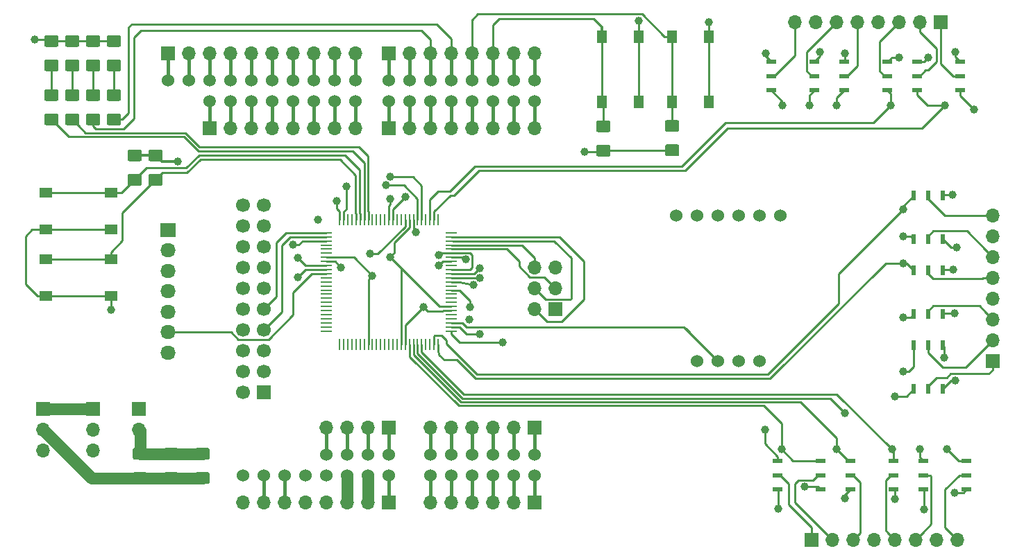
<source format=gbr>
G04 #@! TF.GenerationSoftware,KiCad,Pcbnew,5.0.0-fee4fd1~66~ubuntu18.04.1*
G04 #@! TF.CreationDate,2018-10-02T15:59:07+02:00*
G04 #@! TF.ProjectId,pcb,7063622E6B696361645F706362000000,rev?*
G04 #@! TF.SameCoordinates,Original*
G04 #@! TF.FileFunction,Copper,L1,Top,Signal*
G04 #@! TF.FilePolarity,Positive*
%FSLAX46Y46*%
G04 Gerber Fmt 4.6, Leading zero omitted, Abs format (unit mm)*
G04 Created by KiCad (PCBNEW 5.0.0-fee4fd1~66~ubuntu18.04.1) date Tue Oct  2 15:59:07 2018*
%MOMM*%
%LPD*%
G01*
G04 APERTURE LIST*
G04 #@! TA.AperFunction,ComponentPad*
%ADD10C,1.524000*%
G04 #@! TD*
G04 #@! TA.AperFunction,ComponentPad*
%ADD11C,1.523000*%
G04 #@! TD*
G04 #@! TA.AperFunction,SMDPad,CuDef*
%ADD12R,1.300000X0.600000*%
G04 #@! TD*
G04 #@! TA.AperFunction,ComponentPad*
%ADD13O,1.850000X1.700000*%
G04 #@! TD*
G04 #@! TA.AperFunction,ComponentPad*
%ADD14R,1.850000X1.700000*%
G04 #@! TD*
G04 #@! TA.AperFunction,SMDPad,CuDef*
%ADD15R,1.473200X0.279400*%
G04 #@! TD*
G04 #@! TA.AperFunction,SMDPad,CuDef*
%ADD16R,0.279400X1.473200*%
G04 #@! TD*
G04 #@! TA.AperFunction,ComponentPad*
%ADD17O,1.700000X1.700000*%
G04 #@! TD*
G04 #@! TA.AperFunction,ComponentPad*
%ADD18R,1.700000X1.700000*%
G04 #@! TD*
G04 #@! TA.AperFunction,ComponentPad*
%ADD19C,1.700000*%
G04 #@! TD*
G04 #@! TA.AperFunction,SMDPad,CuDef*
%ADD20R,1.550000X1.300000*%
G04 #@! TD*
G04 #@! TA.AperFunction,Conductor*
%ADD21C,0.100000*%
G04 #@! TD*
G04 #@! TA.AperFunction,SMDPad,CuDef*
%ADD22C,1.425000*%
G04 #@! TD*
G04 #@! TA.AperFunction,SMDPad,CuDef*
%ADD23R,0.600000X1.300000*%
G04 #@! TD*
G04 #@! TA.AperFunction,SMDPad,CuDef*
%ADD24R,1.300000X1.550000*%
G04 #@! TD*
G04 #@! TA.AperFunction,ViaPad*
%ADD25C,1.000000*%
G04 #@! TD*
G04 #@! TA.AperFunction,Conductor*
%ADD26C,1.400000*%
G04 #@! TD*
G04 #@! TA.AperFunction,Conductor*
%ADD27C,0.250000*%
G04 #@! TD*
G04 #@! TA.AperFunction,Conductor*
%ADD28C,0.350000*%
G04 #@! TD*
G04 #@! TA.AperFunction,Conductor*
%ADD29C,0.400000*%
G04 #@! TD*
G04 APERTURE END LIST*
D10*
G04 #@! TO.P,U2,NC1*
G04 #@! TO.N,Net-(U2-PadNC1)*
X83820000Y-101600000D03*
G04 #@! TO.P,U2,IO_R*
G04 #@! TO.N,Net-(JP8-Pad7)*
X86360000Y-101600000D03*
G04 #@! TO.P,U2,SCL*
G04 #@! TO.N,/PYNQ_SCL*
X74676000Y-53340000D03*
G04 #@! TO.P,U2,SDA*
G04 #@! TO.N,/PYNQ_SDA*
X77216000Y-53340000D03*
G04 #@! TO.P,U2,5V*
G04 #@! TO.N,VCC*
X93980000Y-101600000D03*
D11*
G04 #@! TO.P,U2,A_R*
G04 #@! TO.N,Net-(JP4-Pad3)*
X79756000Y-53340000D03*
D10*
G04 #@! TO.P,U2,G*
G04 #@! TO.N,Net-(JP4-Pad4)*
X82296000Y-53340000D03*
G04 #@! TO.P,U2,13*
G04 #@! TO.N,Net-(JP4-Pad5)*
X84836000Y-53340000D03*
G04 #@! TO.P,U2,12*
G04 #@! TO.N,Net-(JP4-Pad6)*
X87376000Y-53340000D03*
G04 #@! TO.P,U2,11*
G04 #@! TO.N,Net-(JP4-Pad7)*
X89916000Y-53340000D03*
G04 #@! TO.P,U2,10*
G04 #@! TO.N,Net-(JP4-Pad8)*
X92456000Y-53340000D03*
G04 #@! TO.P,U2,9*
G04 #@! TO.N,Net-(JP4-Pad9)*
X94996000Y-53340000D03*
G04 #@! TO.P,U2,8*
G04 #@! TO.N,Net-(JP4-Pad10)*
X97536000Y-53340000D03*
G04 #@! TO.P,U2,7*
G04 #@! TO.N,Net-(JP3-Pad1)*
X101600000Y-53340000D03*
G04 #@! TO.P,U2,6*
G04 #@! TO.N,Net-(JP3-Pad2)*
X104140000Y-53340000D03*
G04 #@! TO.P,U2,5*
G04 #@! TO.N,/PYNQ-DEBUG/LED_2*
X106680000Y-53340000D03*
G04 #@! TO.P,U2,4*
G04 #@! TO.N,/PYNQ-DEBUG/LED_1*
X109220000Y-53340000D03*
G04 #@! TO.P,U2,3*
G04 #@! TO.N,/PYNQ-DEBUG/SW_2*
X111760000Y-53340000D03*
G04 #@! TO.P,U2,2*
G04 #@! TO.N,/PYNQ-DEBUG/SW_1*
X114300000Y-53340000D03*
G04 #@! TO.P,U2,1*
G04 #@! TO.N,/PYNQ_TX*
X116840000Y-53340000D03*
G04 #@! TO.P,U2,0*
G04 #@! TO.N,/PYNQ_RX*
X119380000Y-53340000D03*
G04 #@! TO.P,U2,RST*
G04 #@! TO.N,Net-(JP8-Pad6)*
X88900000Y-101600000D03*
G04 #@! TO.P,U2,3V3*
G04 #@! TO.N,+3V3*
X91440000Y-101600000D03*
G04 #@! TO.P,U2,GND1*
G04 #@! TO.N,GND*
X96520000Y-101600000D03*
G04 #@! TO.P,U2,GND2*
X99060000Y-101600000D03*
G04 #@! TO.P,U2,VIN*
G04 #@! TO.N,Net-(JP8-Pad1)*
X101600000Y-101600000D03*
G04 #@! TO.P,U2,A2*
G04 #@! TO.N,Net-(JP7-Pad4)*
X111760000Y-101600000D03*
G04 #@! TO.P,U2,A1*
G04 #@! TO.N,Net-(JP7-Pad5)*
X109220000Y-101600000D03*
G04 #@! TO.P,U2,A0*
G04 #@! TO.N,Net-(JP7-Pad6)*
X106680000Y-101600000D03*
G04 #@! TO.P,U2,A3*
G04 #@! TO.N,Net-(JP7-Pad3)*
X114300000Y-101600000D03*
G04 #@! TO.P,U2,A4*
G04 #@! TO.N,Net-(JP7-Pad2)*
X116840000Y-101600000D03*
G04 #@! TO.P,U2,A5*
G04 #@! TO.N,Net-(JP7-Pad1)*
X119380000Y-101600000D03*
G04 #@! TO.P,U2,26*
G04 #@! TO.N,Net-(JP1-Pad8)*
X119380000Y-55880000D03*
G04 #@! TO.P,U2,27*
G04 #@! TO.N,Net-(JP1-Pad7)*
X116840000Y-55880000D03*
G04 #@! TO.P,U2,28*
G04 #@! TO.N,Net-(JP1-Pad6)*
X114300000Y-55880000D03*
G04 #@! TO.P,U2,29*
G04 #@! TO.N,Net-(JP1-Pad5)*
X111760000Y-55880000D03*
G04 #@! TO.P,U2,30*
G04 #@! TO.N,Net-(JP1-Pad4)*
X109220000Y-55880000D03*
G04 #@! TO.P,U2,31*
G04 #@! TO.N,Net-(JP1-Pad3)*
X106680000Y-55880000D03*
G04 #@! TO.P,U2,32*
G04 #@! TO.N,Net-(JP1-Pad2)*
X104140000Y-55880000D03*
G04 #@! TO.P,U2,33*
G04 #@! TO.N,Net-(JP1-Pad1)*
X101600000Y-55880000D03*
G04 #@! TO.P,U2,34*
G04 #@! TO.N,Net-(JP2-Pad8)*
X97536000Y-55880000D03*
G04 #@! TO.P,U2,35*
G04 #@! TO.N,Net-(JP2-Pad7)*
X94996000Y-55880000D03*
G04 #@! TO.P,U2,36*
G04 #@! TO.N,Net-(JP2-Pad6)*
X92456000Y-55880000D03*
G04 #@! TO.P,U2,37*
G04 #@! TO.N,Net-(JP2-Pad5)*
X89916000Y-55880000D03*
G04 #@! TO.P,U2,38*
G04 #@! TO.N,Net-(JP2-Pad4)*
X87376000Y-55880000D03*
G04 #@! TO.P,U2,39*
G04 #@! TO.N,Net-(JP2-Pad3)*
X84836000Y-55880000D03*
G04 #@! TO.P,U2,40*
G04 #@! TO.N,Net-(JP2-Pad2)*
X82296000Y-55880000D03*
D11*
G04 #@! TO.P,U2,41*
G04 #@! TO.N,Net-(JP2-Pad1)*
X79756000Y-55880000D03*
D10*
G04 #@! TO.P,U2,A11*
G04 #@! TO.N,Net-(JP5-Pad1)*
X119380000Y-99060000D03*
G04 #@! TO.P,U2,A10*
G04 #@! TO.N,Net-(JP5-Pad2)*
X116840000Y-99060000D03*
G04 #@! TO.P,U2,A9*
G04 #@! TO.N,Net-(JP5-Pad3)*
X114300000Y-99060000D03*
G04 #@! TO.P,U2,A6*
G04 #@! TO.N,Net-(JP5-Pad6)*
X106680000Y-99060000D03*
G04 #@! TO.P,U2,A7*
G04 #@! TO.N,Net-(JP5-Pad5)*
X109220000Y-99060000D03*
G04 #@! TO.P,U2,A8*
G04 #@! TO.N,Net-(JP5-Pad4)*
X111760000Y-99060000D03*
G04 #@! TO.P,U2,XV_R*
G04 #@! TO.N,Net-(JP6-Pad1)*
X101600000Y-99060000D03*
G04 #@! TO.P,U2,XGND*
G04 #@! TO.N,Net-(JP6-Pad2)*
X99060000Y-99060000D03*
G04 #@! TO.P,U2,V_N*
G04 #@! TO.N,Net-(JP6-Pad3)*
X96520000Y-99060000D03*
G04 #@! TO.P,U2,V_P*
G04 #@! TO.N,Net-(JP6-Pad4)*
X93980000Y-99060000D03*
G04 #@! TD*
G04 #@! TO.P,U3,1*
G04 #@! TO.N,/PB10_IMU_RST*
X136652000Y-69850000D03*
G04 #@! TO.P,U3,2*
G04 #@! TO.N,/PB12_IMU_SCL*
X139192000Y-69850000D03*
G04 #@! TO.P,U3,3*
G04 #@! TO.N,/PB11_IMU_SDA*
X141732000Y-69850000D03*
G04 #@! TO.P,U3,4*
G04 #@! TO.N,GND*
X144272000Y-69850000D03*
G04 #@! TO.P,U3,5*
G04 #@! TO.N,Net-(U3-Pad5)*
X146812000Y-69850000D03*
G04 #@! TO.P,U3,6*
G04 #@! TO.N,+3V3*
X149352000Y-69850000D03*
G04 #@! TO.P,U3,7*
G04 #@! TO.N,Net-(U3-Pad7)*
X146812000Y-87630000D03*
G04 #@! TO.P,U3,8*
G04 #@! TO.N,Net-(U3-Pad8)*
X144272000Y-87630000D03*
G04 #@! TO.P,U3,9*
G04 #@! TO.N,/PA9_IMU_INT*
X141732000Y-87630000D03*
G04 #@! TO.P,U3,10*
G04 #@! TO.N,Net-(U3-Pad10)*
X139192000Y-87630000D03*
G04 #@! TD*
D12*
G04 #@! TO.P,SW3,4*
G04 #@! TO.N,Net-(Q1-Pad3)*
X166006000Y-51082000D03*
G04 #@! TO.P,SW3,5*
G04 #@! TO.N,Net-(SW3-Pad5)*
X166006000Y-52832000D03*
G04 #@! TO.P,SW3,6*
G04 #@! TO.N,/PD6_A1*
X166006000Y-54582000D03*
G04 #@! TO.P,SW3,3*
G04 #@! TO.N,+3V3*
X171306000Y-54582000D03*
G04 #@! TO.P,SW3,2*
G04 #@! TO.N,Net-(SW3-Pad2)*
X171306000Y-52832000D03*
G04 #@! TO.P,SW3,1*
G04 #@! TO.N,VCC*
X171306000Y-51082000D03*
G04 #@! TD*
D13*
G04 #@! TO.P,U4,7*
G04 #@! TO.N,Net-(JP9-Pad2)*
X74676000Y-86628000D03*
G04 #@! TO.P,U4,6*
G04 #@! TO.N,/LIDAR/MOTO_CTRL*
X74676000Y-84128000D03*
G04 #@! TO.P,U4,5*
G04 #@! TO.N,GND*
X74676000Y-81628000D03*
G04 #@! TO.P,U4,4*
G04 #@! TO.N,Net-(C11-Pad1)*
X74676000Y-79128000D03*
G04 #@! TO.P,U4,3*
G04 #@! TO.N,/LIDAR/RX*
X74676000Y-76628000D03*
G04 #@! TO.P,U4,2*
G04 #@! TO.N,/LIDAR/TX*
X74676000Y-74128000D03*
D14*
G04 #@! TO.P,U4,1*
G04 #@! TO.N,GND*
X74676000Y-71628000D03*
G04 #@! TD*
D15*
G04 #@! TO.P,U1,100*
G04 #@! TO.N,Net-(U1-Pad100)*
X93980000Y-83978001D03*
G04 #@! TO.P,U1,99*
G04 #@! TO.N,Net-(U1-Pad99)*
X93980000Y-83477999D03*
G04 #@! TO.P,U1,98*
G04 #@! TO.N,Net-(U1-Pad98)*
X93980000Y-82978000D03*
G04 #@! TO.P,U1,97*
G04 #@! TO.N,Net-(U1-Pad97)*
X93980000Y-82478001D03*
G04 #@! TO.P,U1,96*
G04 #@! TO.N,Net-(U1-Pad96)*
X93980000Y-81978000D03*
G04 #@! TO.P,U1,95*
G04 #@! TO.N,Net-(U1-Pad95)*
X93980000Y-81478001D03*
G04 #@! TO.P,U1,94*
G04 #@! TO.N,Net-(U1-Pad94)*
X93980000Y-80977999D03*
G04 #@! TO.P,U1,93*
G04 #@! TO.N,Net-(U1-Pad93)*
X93980000Y-80478000D03*
G04 #@! TO.P,U1,92*
G04 #@! TO.N,Net-(U1-Pad92)*
X93980000Y-79978001D03*
G04 #@! TO.P,U1,91*
G04 #@! TO.N,Net-(U1-Pad91)*
X93980000Y-79478000D03*
G04 #@! TO.P,U1,90*
G04 #@! TO.N,Net-(U1-Pad90)*
X93980000Y-78978001D03*
G04 #@! TO.P,U1,89*
G04 #@! TO.N,Net-(U1-Pad89)*
X93980000Y-78477999D03*
G04 #@! TO.P,U1,88*
G04 #@! TO.N,Net-(U1-Pad88)*
X93980000Y-77978000D03*
G04 #@! TO.P,U1,87*
G04 #@! TO.N,Net-(U1-Pad87)*
X93980000Y-77478001D03*
G04 #@! TO.P,U1,86*
G04 #@! TO.N,/LIDAR/MOTO_CTRL*
X93980000Y-76977999D03*
G04 #@! TO.P,U1,85*
G04 #@! TO.N,/LIDAR/RX*
X93980000Y-76478000D03*
G04 #@! TO.P,U1,84*
G04 #@! TO.N,/LIDAR/TX*
X93980000Y-75977999D03*
G04 #@! TO.P,U1,83*
G04 #@! TO.N,GND*
X93980000Y-75478000D03*
G04 #@! TO.P,U1,82*
G04 #@! TO.N,+3V3*
X93980000Y-74978001D03*
G04 #@! TO.P,U1,81*
G04 #@! TO.N,Net-(U1-Pad81)*
X93980000Y-74477999D03*
G04 #@! TO.P,U1,80*
G04 #@! TO.N,Net-(U1-Pad80)*
X93980000Y-73978000D03*
G04 #@! TO.P,U1,79*
G04 #@! TO.N,Net-(U1-Pad79)*
X93980000Y-73477999D03*
G04 #@! TO.P,U1,78*
G04 #@! TO.N,/JTAG/SWO*
X93980000Y-72978000D03*
G04 #@! TO.P,U1,77*
G04 #@! TO.N,/JTAG/SWDIO*
X93980000Y-72478001D03*
G04 #@! TO.P,U1,76*
G04 #@! TO.N,/JTAG/SWCLK*
X93980000Y-71977999D03*
D16*
G04 #@! TO.P,U1,75*
G04 #@! TO.N,/PF11_ARX*
X95599999Y-70358000D03*
G04 #@! TO.P,U1,74*
G04 #@! TO.N,/PF10_ATX*
X96100001Y-70358000D03*
G04 #@! TO.P,U1,73*
G04 #@! TO.N,Net-(U1-Pad73)*
X96600000Y-70358000D03*
G04 #@! TO.P,U1,72*
G04 #@! TO.N,Net-(U1-Pad72)*
X97099999Y-70358000D03*
G04 #@! TO.P,U1,71*
G04 #@! TO.N,/EFM_DEBUG/SW_1*
X97600000Y-70358000D03*
G04 #@! TO.P,U1,70*
G04 #@! TO.N,/EFM_DEBUG/SW_2*
X98099999Y-70358000D03*
G04 #@! TO.P,U1,69*
G04 #@! TO.N,/EFM_DEBUG/LED_2*
X98600001Y-70358000D03*
G04 #@! TO.P,U1,68*
G04 #@! TO.N,/EFM_DEBUG/LED_1*
X99100000Y-70358000D03*
G04 #@! TO.P,U1,67*
G04 #@! TO.N,Net-(U1-Pad67)*
X99599999Y-70358000D03*
G04 #@! TO.P,U1,66*
G04 #@! TO.N,Net-(U1-Pad66)*
X100100000Y-70358000D03*
G04 #@! TO.P,U1,65*
G04 #@! TO.N,Net-(U1-Pad65)*
X100599999Y-70358000D03*
G04 #@! TO.P,U1,64*
G04 #@! TO.N,Net-(U1-Pad64)*
X101100001Y-70358000D03*
G04 #@! TO.P,U1,63*
G04 #@! TO.N,/PYNQ_TX*
X101600000Y-70358000D03*
G04 #@! TO.P,U1,62*
G04 #@! TO.N,/PYNQ_RX*
X102099999Y-70358000D03*
G04 #@! TO.P,U1,61*
G04 #@! TO.N,Net-(U1-Pad61)*
X102600001Y-70358000D03*
G04 #@! TO.P,U1,60*
G04 #@! TO.N,Net-(U1-Pad60)*
X103100000Y-70358000D03*
G04 #@! TO.P,U1,59*
G04 #@! TO.N,/DEC*
X103600001Y-70358000D03*
G04 #@! TO.P,U1,58*
G04 #@! TO.N,GND*
X104100000Y-70358000D03*
G04 #@! TO.P,U1,57*
G04 #@! TO.N,+3V3*
X104599999Y-70358000D03*
G04 #@! TO.P,U1,56*
G04 #@! TO.N,/PYNQ_SCL*
X105100001Y-70358000D03*
G04 #@! TO.P,U1,55*
G04 #@! TO.N,/PYNQ_SDA*
X105600000Y-70358000D03*
G04 #@! TO.P,U1,54*
G04 #@! TO.N,Net-(U1-Pad54)*
X106100001Y-70358000D03*
G04 #@! TO.P,U1,53*
G04 #@! TO.N,/PD7_A2*
X106600000Y-70358000D03*
G04 #@! TO.P,U1,52*
G04 #@! TO.N,/PD6_A1*
X107099999Y-70358000D03*
G04 #@! TO.P,U1,51*
G04 #@! TO.N,Net-(U1-Pad51)*
X107600001Y-70358000D03*
D15*
G04 #@! TO.P,U1,50*
G04 #@! TO.N,Net-(U1-Pad50)*
X109220000Y-71977999D03*
G04 #@! TO.P,U1,49*
G04 #@! TO.N,/SPI/SS*
X109220000Y-72478001D03*
G04 #@! TO.P,U1,48*
G04 #@! TO.N,/SPI/SCLK*
X109220000Y-72978000D03*
G04 #@! TO.P,U1,47*
G04 #@! TO.N,/SPI/MISO*
X109220000Y-73477999D03*
G04 #@! TO.P,U1,46*
G04 #@! TO.N,/SPI/MOSI*
X109220000Y-73978000D03*
G04 #@! TO.P,U1,45*
G04 #@! TO.N,/AVDD_DEC*
X109220000Y-74477999D03*
G04 #@! TO.P,U1,44*
G04 #@! TO.N,+3V3*
X109220000Y-74978001D03*
G04 #@! TO.P,U1,43*
G04 #@! TO.N,/CLOCK/HFXTAL_N*
X109220000Y-75478000D03*
G04 #@! TO.P,U1,42*
G04 #@! TO.N,Net-(U1-Pad42)*
X109220000Y-75977999D03*
G04 #@! TO.P,U1,41*
G04 #@! TO.N,/AVDD_DEC*
X109220000Y-76478000D03*
G04 #@! TO.P,U1,40*
G04 #@! TO.N,/PB12_IMU_SCL*
X109220000Y-76977999D03*
G04 #@! TO.P,U1,39*
G04 #@! TO.N,/PB11_IMU_SDA*
X109220000Y-77478001D03*
G04 #@! TO.P,U1,38*
G04 #@! TO.N,/PB10_IMU_RST*
X109220000Y-77978000D03*
G04 #@! TO.P,U1,37*
G04 #@! TO.N,Net-(U1-Pad37)*
X109220000Y-78477999D03*
G04 #@! TO.P,U1,36*
G04 #@! TO.N,/MCU_RST*
X109220000Y-78978001D03*
G04 #@! TO.P,U1,35*
G04 #@! TO.N,Net-(U1-Pad35)*
X109220000Y-79478000D03*
G04 #@! TO.P,U1,34*
G04 #@! TO.N,Net-(U1-Pad34)*
X109220000Y-79978001D03*
G04 #@! TO.P,U1,33*
G04 #@! TO.N,Net-(U1-Pad33)*
X109220000Y-80478000D03*
G04 #@! TO.P,U1,32*
G04 #@! TO.N,GND*
X109220000Y-80977999D03*
G04 #@! TO.P,U1,31*
G04 #@! TO.N,+3V3*
X109220000Y-81478001D03*
G04 #@! TO.P,U1,30*
G04 #@! TO.N,Net-(U1-Pad30)*
X109220000Y-81978000D03*
G04 #@! TO.P,U1,29*
G04 #@! TO.N,Net-(U1-Pad29)*
X109220000Y-82478001D03*
G04 #@! TO.P,U1,28*
G04 #@! TO.N,/PA9_IMU_INT*
X109220000Y-82978000D03*
G04 #@! TO.P,U1,27*
G04 #@! TO.N,/PA8_C2*
X109220000Y-83477999D03*
G04 #@! TO.P,U1,26*
G04 #@! TO.N,/PA7_C1*
X109220000Y-83978001D03*
D16*
G04 #@! TO.P,U1,25*
G04 #@! TO.N,/PB8_CRX*
X107600001Y-85598000D03*
G04 #@! TO.P,U1,24*
G04 #@! TO.N,/PB7_CTX*
X107099999Y-85598000D03*
G04 #@! TO.P,U1,23*
G04 #@! TO.N,Net-(U1-Pad23)*
X106600000Y-85598000D03*
G04 #@! TO.P,U1,22*
G04 #@! TO.N,Net-(U1-Pad22)*
X106099999Y-85598000D03*
G04 #@! TO.P,U1,21*
G04 #@! TO.N,/PC3_BRX*
X105600000Y-85598000D03*
G04 #@! TO.P,U1,20*
G04 #@! TO.N,/PC2_BTX*
X105100001Y-85598000D03*
G04 #@! TO.P,U1,19*
G04 #@! TO.N,/PC1_B2*
X104599999Y-85598000D03*
G04 #@! TO.P,U1,18*
G04 #@! TO.N,/PC0_B1*
X104100000Y-85598000D03*
G04 #@! TO.P,U1,17*
G04 #@! TO.N,+3V3*
X103599999Y-85598000D03*
G04 #@! TO.P,U1,16*
G04 #@! TO.N,GND*
X103100000Y-85598000D03*
G04 #@! TO.P,U1,15*
G04 #@! TO.N,Net-(U1-Pad15)*
X102600001Y-85598000D03*
G04 #@! TO.P,U1,14*
G04 #@! TO.N,Net-(U1-Pad14)*
X102099999Y-85598000D03*
G04 #@! TO.P,U1,13*
G04 #@! TO.N,Net-(U1-Pad13)*
X101600000Y-85598000D03*
G04 #@! TO.P,U1,12*
G04 #@! TO.N,Net-(U1-Pad12)*
X101099998Y-85598000D03*
G04 #@! TO.P,U1,11*
G04 #@! TO.N,Net-(U1-Pad11)*
X100599999Y-85598000D03*
G04 #@! TO.P,U1,10*
G04 #@! TO.N,Net-(U1-Pad10)*
X100100000Y-85598000D03*
G04 #@! TO.P,U1,9*
G04 #@! TO.N,Net-(U1-Pad9)*
X99599999Y-85598000D03*
G04 #@! TO.P,U1,8*
G04 #@! TO.N,+3V3*
X99100000Y-85598000D03*
G04 #@! TO.P,U1,7*
G04 #@! TO.N,Net-(U1-Pad7)*
X98600001Y-85598000D03*
G04 #@! TO.P,U1,6*
G04 #@! TO.N,Net-(U1-Pad6)*
X98099999Y-85598000D03*
G04 #@! TO.P,U1,5*
G04 #@! TO.N,Net-(U1-Pad5)*
X97600000Y-85598000D03*
G04 #@! TO.P,U1,4*
G04 #@! TO.N,Net-(U1-Pad4)*
X97099999Y-85598000D03*
G04 #@! TO.P,U1,3*
G04 #@! TO.N,Net-(U1-Pad3)*
X96600000Y-85598000D03*
G04 #@! TO.P,U1,2*
G04 #@! TO.N,Net-(U1-Pad2)*
X96100001Y-85598000D03*
G04 #@! TO.P,U1,1*
G04 #@! TO.N,Net-(U1-Pad1)*
X95599999Y-85598000D03*
G04 #@! TD*
D17*
G04 #@! TO.P,J2,6*
G04 #@! TO.N,/SPI/MISO*
X119380000Y-76200000D03*
G04 #@! TO.P,J2,5*
G04 #@! TO.N,Net-(J2-Pad5)*
X121920000Y-76200000D03*
G04 #@! TO.P,J2,4*
G04 #@! TO.N,/SPI/SCLK*
X119380000Y-78740000D03*
G04 #@! TO.P,J2,3*
G04 #@! TO.N,/SPI/MOSI*
X121920000Y-78740000D03*
G04 #@! TO.P,J2,2*
G04 #@! TO.N,/SPI/SS*
X119380000Y-81280000D03*
D18*
G04 #@! TO.P,J2,1*
G04 #@! TO.N,Net-(J2-Pad1)*
X121920000Y-81280000D03*
G04 #@! TD*
D19*
G04 #@! TO.P,J1,20*
G04 #@! TO.N,GND*
X83820000Y-68580000D03*
G04 #@! TO.P,J1,19*
G04 #@! TO.N,Net-(J1-Pad19)*
X86360000Y-68580000D03*
G04 #@! TO.P,J1,18*
G04 #@! TO.N,GND*
X83820000Y-71120000D03*
G04 #@! TO.P,J1,17*
G04 #@! TO.N,Net-(J1-Pad17)*
X86360000Y-71120000D03*
G04 #@! TO.P,J1,16*
G04 #@! TO.N,GND*
X83820000Y-73660000D03*
G04 #@! TO.P,J1,15*
G04 #@! TO.N,/MCU_RST*
X86360000Y-73660000D03*
G04 #@! TO.P,J1,14*
G04 #@! TO.N,GND*
X83820000Y-76200000D03*
G04 #@! TO.P,J1,13*
G04 #@! TO.N,/JTAG/SWO*
X86360000Y-76200000D03*
G04 #@! TO.P,J1,12*
G04 #@! TO.N,GND*
X83820000Y-78740000D03*
G04 #@! TO.P,J1,11*
G04 #@! TO.N,Net-(J1-Pad11)*
X86360000Y-78740000D03*
G04 #@! TO.P,J1,10*
G04 #@! TO.N,GND*
X83820000Y-81280000D03*
G04 #@! TO.P,J1,9*
G04 #@! TO.N,/JTAG/SWCLK*
X86360000Y-81280000D03*
G04 #@! TO.P,J1,8*
G04 #@! TO.N,GND*
X83820000Y-83820000D03*
G04 #@! TO.P,J1,7*
G04 #@! TO.N,/JTAG/SWDIO*
X86360000Y-83820000D03*
G04 #@! TO.P,J1,6*
G04 #@! TO.N,GND*
X83820000Y-86360000D03*
G04 #@! TO.P,J1,5*
G04 #@! TO.N,Net-(J1-Pad5)*
X86360000Y-86360000D03*
G04 #@! TO.P,J1,4*
G04 #@! TO.N,GND*
X83820000Y-88900000D03*
G04 #@! TO.P,J1,3*
G04 #@! TO.N,Net-(J1-Pad3)*
X86360000Y-88900000D03*
G04 #@! TO.P,J1,2*
G04 #@! TO.N,Net-(J1-Pad2)*
X83820000Y-91440000D03*
D18*
G04 #@! TO.P,J1,1*
G04 #@! TO.N,+3V3*
X86360000Y-91440000D03*
G04 #@! TD*
D17*
G04 #@! TO.P,JP2,8*
G04 #@! TO.N,Net-(JP2-Pad8)*
X97536000Y-59182000D03*
G04 #@! TO.P,JP2,7*
G04 #@! TO.N,Net-(JP2-Pad7)*
X94996000Y-59182000D03*
G04 #@! TO.P,JP2,6*
G04 #@! TO.N,Net-(JP2-Pad6)*
X92456000Y-59182000D03*
G04 #@! TO.P,JP2,5*
G04 #@! TO.N,Net-(JP2-Pad5)*
X89916000Y-59182000D03*
G04 #@! TO.P,JP2,4*
G04 #@! TO.N,Net-(JP2-Pad4)*
X87376000Y-59182000D03*
G04 #@! TO.P,JP2,3*
G04 #@! TO.N,Net-(JP2-Pad3)*
X84836000Y-59182000D03*
G04 #@! TO.P,JP2,2*
G04 #@! TO.N,Net-(JP2-Pad2)*
X82296000Y-59182000D03*
D18*
G04 #@! TO.P,JP2,1*
G04 #@! TO.N,Net-(JP2-Pad1)*
X79756000Y-59182000D03*
G04 #@! TD*
D17*
G04 #@! TO.P,JP3,8*
G04 #@! TO.N,/PYNQ_RX*
X119380000Y-50038000D03*
G04 #@! TO.P,JP3,7*
G04 #@! TO.N,/PYNQ_TX*
X116840000Y-50038000D03*
G04 #@! TO.P,JP3,6*
G04 #@! TO.N,/PYNQ-DEBUG/SW_1*
X114300000Y-50038000D03*
G04 #@! TO.P,JP3,5*
G04 #@! TO.N,/PYNQ-DEBUG/SW_2*
X111760000Y-50038000D03*
G04 #@! TO.P,JP3,4*
G04 #@! TO.N,/PYNQ-DEBUG/LED_1*
X109220000Y-50038000D03*
G04 #@! TO.P,JP3,3*
G04 #@! TO.N,/PYNQ-DEBUG/LED_2*
X106680000Y-50038000D03*
G04 #@! TO.P,JP3,2*
G04 #@! TO.N,Net-(JP3-Pad2)*
X104140000Y-50038000D03*
D18*
G04 #@! TO.P,JP3,1*
G04 #@! TO.N,Net-(JP3-Pad1)*
X101600000Y-50038000D03*
G04 #@! TD*
D20*
G04 #@! TO.P,SW1,1*
G04 #@! TO.N,/EFM_DEBUG/SW_1*
X59779000Y-75220000D03*
X67729000Y-75220000D03*
G04 #@! TO.P,SW1,2*
G04 #@! TO.N,GND*
X67729000Y-79720000D03*
X59779000Y-79720000D03*
G04 #@! TD*
G04 #@! TO.P,SW2,1*
G04 #@! TO.N,/EFM_DEBUG/SW_2*
X59779000Y-67092000D03*
X67729000Y-67092000D03*
G04 #@! TO.P,SW2,2*
G04 #@! TO.N,GND*
X67729000Y-71592000D03*
X59779000Y-71592000D03*
G04 #@! TD*
D17*
G04 #@! TO.P,BT1,2*
G04 #@! TO.N,GND*
X71120000Y-96012000D03*
D18*
G04 #@! TO.P,BT1,1*
G04 #@! TO.N,Net-(BT1-Pad1)*
X71120000Y-93472000D03*
G04 #@! TD*
D21*
G04 #@! TO.N,Net-(D1-Pad2)*
G04 #@! TO.C,D1*
G36*
X63641504Y-50814204D02*
X63665773Y-50817804D01*
X63689571Y-50823765D01*
X63712671Y-50832030D01*
X63734849Y-50842520D01*
X63755893Y-50855133D01*
X63775598Y-50869747D01*
X63793777Y-50886223D01*
X63810253Y-50904402D01*
X63824867Y-50924107D01*
X63837480Y-50945151D01*
X63847970Y-50967329D01*
X63856235Y-50990429D01*
X63862196Y-51014227D01*
X63865796Y-51038496D01*
X63867000Y-51063000D01*
X63867000Y-51988000D01*
X63865796Y-52012504D01*
X63862196Y-52036773D01*
X63856235Y-52060571D01*
X63847970Y-52083671D01*
X63837480Y-52105849D01*
X63824867Y-52126893D01*
X63810253Y-52146598D01*
X63793777Y-52164777D01*
X63775598Y-52181253D01*
X63755893Y-52195867D01*
X63734849Y-52208480D01*
X63712671Y-52218970D01*
X63689571Y-52227235D01*
X63665773Y-52233196D01*
X63641504Y-52236796D01*
X63617000Y-52238000D01*
X62367000Y-52238000D01*
X62342496Y-52236796D01*
X62318227Y-52233196D01*
X62294429Y-52227235D01*
X62271329Y-52218970D01*
X62249151Y-52208480D01*
X62228107Y-52195867D01*
X62208402Y-52181253D01*
X62190223Y-52164777D01*
X62173747Y-52146598D01*
X62159133Y-52126893D01*
X62146520Y-52105849D01*
X62136030Y-52083671D01*
X62127765Y-52060571D01*
X62121804Y-52036773D01*
X62118204Y-52012504D01*
X62117000Y-51988000D01*
X62117000Y-51063000D01*
X62118204Y-51038496D01*
X62121804Y-51014227D01*
X62127765Y-50990429D01*
X62136030Y-50967329D01*
X62146520Y-50945151D01*
X62159133Y-50924107D01*
X62173747Y-50904402D01*
X62190223Y-50886223D01*
X62208402Y-50869747D01*
X62228107Y-50855133D01*
X62249151Y-50842520D01*
X62271329Y-50832030D01*
X62294429Y-50823765D01*
X62318227Y-50817804D01*
X62342496Y-50814204D01*
X62367000Y-50813000D01*
X63617000Y-50813000D01*
X63641504Y-50814204D01*
X63641504Y-50814204D01*
G37*
D22*
G04 #@! TD*
G04 #@! TO.P,D1,2*
G04 #@! TO.N,Net-(D1-Pad2)*
X62992000Y-51525500D03*
D21*
G04 #@! TO.N,GND*
G04 #@! TO.C,D1*
G36*
X63641504Y-47839204D02*
X63665773Y-47842804D01*
X63689571Y-47848765D01*
X63712671Y-47857030D01*
X63734849Y-47867520D01*
X63755893Y-47880133D01*
X63775598Y-47894747D01*
X63793777Y-47911223D01*
X63810253Y-47929402D01*
X63824867Y-47949107D01*
X63837480Y-47970151D01*
X63847970Y-47992329D01*
X63856235Y-48015429D01*
X63862196Y-48039227D01*
X63865796Y-48063496D01*
X63867000Y-48088000D01*
X63867000Y-49013000D01*
X63865796Y-49037504D01*
X63862196Y-49061773D01*
X63856235Y-49085571D01*
X63847970Y-49108671D01*
X63837480Y-49130849D01*
X63824867Y-49151893D01*
X63810253Y-49171598D01*
X63793777Y-49189777D01*
X63775598Y-49206253D01*
X63755893Y-49220867D01*
X63734849Y-49233480D01*
X63712671Y-49243970D01*
X63689571Y-49252235D01*
X63665773Y-49258196D01*
X63641504Y-49261796D01*
X63617000Y-49263000D01*
X62367000Y-49263000D01*
X62342496Y-49261796D01*
X62318227Y-49258196D01*
X62294429Y-49252235D01*
X62271329Y-49243970D01*
X62249151Y-49233480D01*
X62228107Y-49220867D01*
X62208402Y-49206253D01*
X62190223Y-49189777D01*
X62173747Y-49171598D01*
X62159133Y-49151893D01*
X62146520Y-49130849D01*
X62136030Y-49108671D01*
X62127765Y-49085571D01*
X62121804Y-49061773D01*
X62118204Y-49037504D01*
X62117000Y-49013000D01*
X62117000Y-48088000D01*
X62118204Y-48063496D01*
X62121804Y-48039227D01*
X62127765Y-48015429D01*
X62136030Y-47992329D01*
X62146520Y-47970151D01*
X62159133Y-47949107D01*
X62173747Y-47929402D01*
X62190223Y-47911223D01*
X62208402Y-47894747D01*
X62228107Y-47880133D01*
X62249151Y-47867520D01*
X62271329Y-47857030D01*
X62294429Y-47848765D01*
X62318227Y-47842804D01*
X62342496Y-47839204D01*
X62367000Y-47838000D01*
X63617000Y-47838000D01*
X63641504Y-47839204D01*
X63641504Y-47839204D01*
G37*
D22*
G04 #@! TD*
G04 #@! TO.P,D1,1*
G04 #@! TO.N,GND*
X62992000Y-48550500D03*
D21*
G04 #@! TO.N,Net-(D2-Pad2)*
G04 #@! TO.C,D2*
G36*
X61101504Y-50814204D02*
X61125773Y-50817804D01*
X61149571Y-50823765D01*
X61172671Y-50832030D01*
X61194849Y-50842520D01*
X61215893Y-50855133D01*
X61235598Y-50869747D01*
X61253777Y-50886223D01*
X61270253Y-50904402D01*
X61284867Y-50924107D01*
X61297480Y-50945151D01*
X61307970Y-50967329D01*
X61316235Y-50990429D01*
X61322196Y-51014227D01*
X61325796Y-51038496D01*
X61327000Y-51063000D01*
X61327000Y-51988000D01*
X61325796Y-52012504D01*
X61322196Y-52036773D01*
X61316235Y-52060571D01*
X61307970Y-52083671D01*
X61297480Y-52105849D01*
X61284867Y-52126893D01*
X61270253Y-52146598D01*
X61253777Y-52164777D01*
X61235598Y-52181253D01*
X61215893Y-52195867D01*
X61194849Y-52208480D01*
X61172671Y-52218970D01*
X61149571Y-52227235D01*
X61125773Y-52233196D01*
X61101504Y-52236796D01*
X61077000Y-52238000D01*
X59827000Y-52238000D01*
X59802496Y-52236796D01*
X59778227Y-52233196D01*
X59754429Y-52227235D01*
X59731329Y-52218970D01*
X59709151Y-52208480D01*
X59688107Y-52195867D01*
X59668402Y-52181253D01*
X59650223Y-52164777D01*
X59633747Y-52146598D01*
X59619133Y-52126893D01*
X59606520Y-52105849D01*
X59596030Y-52083671D01*
X59587765Y-52060571D01*
X59581804Y-52036773D01*
X59578204Y-52012504D01*
X59577000Y-51988000D01*
X59577000Y-51063000D01*
X59578204Y-51038496D01*
X59581804Y-51014227D01*
X59587765Y-50990429D01*
X59596030Y-50967329D01*
X59606520Y-50945151D01*
X59619133Y-50924107D01*
X59633747Y-50904402D01*
X59650223Y-50886223D01*
X59668402Y-50869747D01*
X59688107Y-50855133D01*
X59709151Y-50842520D01*
X59731329Y-50832030D01*
X59754429Y-50823765D01*
X59778227Y-50817804D01*
X59802496Y-50814204D01*
X59827000Y-50813000D01*
X61077000Y-50813000D01*
X61101504Y-50814204D01*
X61101504Y-50814204D01*
G37*
D22*
G04 #@! TD*
G04 #@! TO.P,D2,2*
G04 #@! TO.N,Net-(D2-Pad2)*
X60452000Y-51525500D03*
D21*
G04 #@! TO.N,GND*
G04 #@! TO.C,D2*
G36*
X61101504Y-47839204D02*
X61125773Y-47842804D01*
X61149571Y-47848765D01*
X61172671Y-47857030D01*
X61194849Y-47867520D01*
X61215893Y-47880133D01*
X61235598Y-47894747D01*
X61253777Y-47911223D01*
X61270253Y-47929402D01*
X61284867Y-47949107D01*
X61297480Y-47970151D01*
X61307970Y-47992329D01*
X61316235Y-48015429D01*
X61322196Y-48039227D01*
X61325796Y-48063496D01*
X61327000Y-48088000D01*
X61327000Y-49013000D01*
X61325796Y-49037504D01*
X61322196Y-49061773D01*
X61316235Y-49085571D01*
X61307970Y-49108671D01*
X61297480Y-49130849D01*
X61284867Y-49151893D01*
X61270253Y-49171598D01*
X61253777Y-49189777D01*
X61235598Y-49206253D01*
X61215893Y-49220867D01*
X61194849Y-49233480D01*
X61172671Y-49243970D01*
X61149571Y-49252235D01*
X61125773Y-49258196D01*
X61101504Y-49261796D01*
X61077000Y-49263000D01*
X59827000Y-49263000D01*
X59802496Y-49261796D01*
X59778227Y-49258196D01*
X59754429Y-49252235D01*
X59731329Y-49243970D01*
X59709151Y-49233480D01*
X59688107Y-49220867D01*
X59668402Y-49206253D01*
X59650223Y-49189777D01*
X59633747Y-49171598D01*
X59619133Y-49151893D01*
X59606520Y-49130849D01*
X59596030Y-49108671D01*
X59587765Y-49085571D01*
X59581804Y-49061773D01*
X59578204Y-49037504D01*
X59577000Y-49013000D01*
X59577000Y-48088000D01*
X59578204Y-48063496D01*
X59581804Y-48039227D01*
X59587765Y-48015429D01*
X59596030Y-47992329D01*
X59606520Y-47970151D01*
X59619133Y-47949107D01*
X59633747Y-47929402D01*
X59650223Y-47911223D01*
X59668402Y-47894747D01*
X59688107Y-47880133D01*
X59709151Y-47867520D01*
X59731329Y-47857030D01*
X59754429Y-47848765D01*
X59778227Y-47842804D01*
X59802496Y-47839204D01*
X59827000Y-47838000D01*
X61077000Y-47838000D01*
X61101504Y-47839204D01*
X61101504Y-47839204D01*
G37*
D22*
G04 #@! TD*
G04 #@! TO.P,D2,1*
G04 #@! TO.N,GND*
X60452000Y-48550500D03*
D21*
G04 #@! TO.N,Net-(D3-Pad2)*
G04 #@! TO.C,D3*
G36*
X68721504Y-50814204D02*
X68745773Y-50817804D01*
X68769571Y-50823765D01*
X68792671Y-50832030D01*
X68814849Y-50842520D01*
X68835893Y-50855133D01*
X68855598Y-50869747D01*
X68873777Y-50886223D01*
X68890253Y-50904402D01*
X68904867Y-50924107D01*
X68917480Y-50945151D01*
X68927970Y-50967329D01*
X68936235Y-50990429D01*
X68942196Y-51014227D01*
X68945796Y-51038496D01*
X68947000Y-51063000D01*
X68947000Y-51988000D01*
X68945796Y-52012504D01*
X68942196Y-52036773D01*
X68936235Y-52060571D01*
X68927970Y-52083671D01*
X68917480Y-52105849D01*
X68904867Y-52126893D01*
X68890253Y-52146598D01*
X68873777Y-52164777D01*
X68855598Y-52181253D01*
X68835893Y-52195867D01*
X68814849Y-52208480D01*
X68792671Y-52218970D01*
X68769571Y-52227235D01*
X68745773Y-52233196D01*
X68721504Y-52236796D01*
X68697000Y-52238000D01*
X67447000Y-52238000D01*
X67422496Y-52236796D01*
X67398227Y-52233196D01*
X67374429Y-52227235D01*
X67351329Y-52218970D01*
X67329151Y-52208480D01*
X67308107Y-52195867D01*
X67288402Y-52181253D01*
X67270223Y-52164777D01*
X67253747Y-52146598D01*
X67239133Y-52126893D01*
X67226520Y-52105849D01*
X67216030Y-52083671D01*
X67207765Y-52060571D01*
X67201804Y-52036773D01*
X67198204Y-52012504D01*
X67197000Y-51988000D01*
X67197000Y-51063000D01*
X67198204Y-51038496D01*
X67201804Y-51014227D01*
X67207765Y-50990429D01*
X67216030Y-50967329D01*
X67226520Y-50945151D01*
X67239133Y-50924107D01*
X67253747Y-50904402D01*
X67270223Y-50886223D01*
X67288402Y-50869747D01*
X67308107Y-50855133D01*
X67329151Y-50842520D01*
X67351329Y-50832030D01*
X67374429Y-50823765D01*
X67398227Y-50817804D01*
X67422496Y-50814204D01*
X67447000Y-50813000D01*
X68697000Y-50813000D01*
X68721504Y-50814204D01*
X68721504Y-50814204D01*
G37*
D22*
G04 #@! TD*
G04 #@! TO.P,D3,2*
G04 #@! TO.N,Net-(D3-Pad2)*
X68072000Y-51525500D03*
D21*
G04 #@! TO.N,GND*
G04 #@! TO.C,D3*
G36*
X68721504Y-47839204D02*
X68745773Y-47842804D01*
X68769571Y-47848765D01*
X68792671Y-47857030D01*
X68814849Y-47867520D01*
X68835893Y-47880133D01*
X68855598Y-47894747D01*
X68873777Y-47911223D01*
X68890253Y-47929402D01*
X68904867Y-47949107D01*
X68917480Y-47970151D01*
X68927970Y-47992329D01*
X68936235Y-48015429D01*
X68942196Y-48039227D01*
X68945796Y-48063496D01*
X68947000Y-48088000D01*
X68947000Y-49013000D01*
X68945796Y-49037504D01*
X68942196Y-49061773D01*
X68936235Y-49085571D01*
X68927970Y-49108671D01*
X68917480Y-49130849D01*
X68904867Y-49151893D01*
X68890253Y-49171598D01*
X68873777Y-49189777D01*
X68855598Y-49206253D01*
X68835893Y-49220867D01*
X68814849Y-49233480D01*
X68792671Y-49243970D01*
X68769571Y-49252235D01*
X68745773Y-49258196D01*
X68721504Y-49261796D01*
X68697000Y-49263000D01*
X67447000Y-49263000D01*
X67422496Y-49261796D01*
X67398227Y-49258196D01*
X67374429Y-49252235D01*
X67351329Y-49243970D01*
X67329151Y-49233480D01*
X67308107Y-49220867D01*
X67288402Y-49206253D01*
X67270223Y-49189777D01*
X67253747Y-49171598D01*
X67239133Y-49151893D01*
X67226520Y-49130849D01*
X67216030Y-49108671D01*
X67207765Y-49085571D01*
X67201804Y-49061773D01*
X67198204Y-49037504D01*
X67197000Y-49013000D01*
X67197000Y-48088000D01*
X67198204Y-48063496D01*
X67201804Y-48039227D01*
X67207765Y-48015429D01*
X67216030Y-47992329D01*
X67226520Y-47970151D01*
X67239133Y-47949107D01*
X67253747Y-47929402D01*
X67270223Y-47911223D01*
X67288402Y-47894747D01*
X67308107Y-47880133D01*
X67329151Y-47867520D01*
X67351329Y-47857030D01*
X67374429Y-47848765D01*
X67398227Y-47842804D01*
X67422496Y-47839204D01*
X67447000Y-47838000D01*
X68697000Y-47838000D01*
X68721504Y-47839204D01*
X68721504Y-47839204D01*
G37*
D22*
G04 #@! TD*
G04 #@! TO.P,D3,1*
G04 #@! TO.N,GND*
X68072000Y-48550500D03*
D21*
G04 #@! TO.N,Net-(D4-Pad2)*
G04 #@! TO.C,D4*
G36*
X66181504Y-50814204D02*
X66205773Y-50817804D01*
X66229571Y-50823765D01*
X66252671Y-50832030D01*
X66274849Y-50842520D01*
X66295893Y-50855133D01*
X66315598Y-50869747D01*
X66333777Y-50886223D01*
X66350253Y-50904402D01*
X66364867Y-50924107D01*
X66377480Y-50945151D01*
X66387970Y-50967329D01*
X66396235Y-50990429D01*
X66402196Y-51014227D01*
X66405796Y-51038496D01*
X66407000Y-51063000D01*
X66407000Y-51988000D01*
X66405796Y-52012504D01*
X66402196Y-52036773D01*
X66396235Y-52060571D01*
X66387970Y-52083671D01*
X66377480Y-52105849D01*
X66364867Y-52126893D01*
X66350253Y-52146598D01*
X66333777Y-52164777D01*
X66315598Y-52181253D01*
X66295893Y-52195867D01*
X66274849Y-52208480D01*
X66252671Y-52218970D01*
X66229571Y-52227235D01*
X66205773Y-52233196D01*
X66181504Y-52236796D01*
X66157000Y-52238000D01*
X64907000Y-52238000D01*
X64882496Y-52236796D01*
X64858227Y-52233196D01*
X64834429Y-52227235D01*
X64811329Y-52218970D01*
X64789151Y-52208480D01*
X64768107Y-52195867D01*
X64748402Y-52181253D01*
X64730223Y-52164777D01*
X64713747Y-52146598D01*
X64699133Y-52126893D01*
X64686520Y-52105849D01*
X64676030Y-52083671D01*
X64667765Y-52060571D01*
X64661804Y-52036773D01*
X64658204Y-52012504D01*
X64657000Y-51988000D01*
X64657000Y-51063000D01*
X64658204Y-51038496D01*
X64661804Y-51014227D01*
X64667765Y-50990429D01*
X64676030Y-50967329D01*
X64686520Y-50945151D01*
X64699133Y-50924107D01*
X64713747Y-50904402D01*
X64730223Y-50886223D01*
X64748402Y-50869747D01*
X64768107Y-50855133D01*
X64789151Y-50842520D01*
X64811329Y-50832030D01*
X64834429Y-50823765D01*
X64858227Y-50817804D01*
X64882496Y-50814204D01*
X64907000Y-50813000D01*
X66157000Y-50813000D01*
X66181504Y-50814204D01*
X66181504Y-50814204D01*
G37*
D22*
G04 #@! TD*
G04 #@! TO.P,D4,2*
G04 #@! TO.N,Net-(D4-Pad2)*
X65532000Y-51525500D03*
D21*
G04 #@! TO.N,GND*
G04 #@! TO.C,D4*
G36*
X66181504Y-47839204D02*
X66205773Y-47842804D01*
X66229571Y-47848765D01*
X66252671Y-47857030D01*
X66274849Y-47867520D01*
X66295893Y-47880133D01*
X66315598Y-47894747D01*
X66333777Y-47911223D01*
X66350253Y-47929402D01*
X66364867Y-47949107D01*
X66377480Y-47970151D01*
X66387970Y-47992329D01*
X66396235Y-48015429D01*
X66402196Y-48039227D01*
X66405796Y-48063496D01*
X66407000Y-48088000D01*
X66407000Y-49013000D01*
X66405796Y-49037504D01*
X66402196Y-49061773D01*
X66396235Y-49085571D01*
X66387970Y-49108671D01*
X66377480Y-49130849D01*
X66364867Y-49151893D01*
X66350253Y-49171598D01*
X66333777Y-49189777D01*
X66315598Y-49206253D01*
X66295893Y-49220867D01*
X66274849Y-49233480D01*
X66252671Y-49243970D01*
X66229571Y-49252235D01*
X66205773Y-49258196D01*
X66181504Y-49261796D01*
X66157000Y-49263000D01*
X64907000Y-49263000D01*
X64882496Y-49261796D01*
X64858227Y-49258196D01*
X64834429Y-49252235D01*
X64811329Y-49243970D01*
X64789151Y-49233480D01*
X64768107Y-49220867D01*
X64748402Y-49206253D01*
X64730223Y-49189777D01*
X64713747Y-49171598D01*
X64699133Y-49151893D01*
X64686520Y-49130849D01*
X64676030Y-49108671D01*
X64667765Y-49085571D01*
X64661804Y-49061773D01*
X64658204Y-49037504D01*
X64657000Y-49013000D01*
X64657000Y-48088000D01*
X64658204Y-48063496D01*
X64661804Y-48039227D01*
X64667765Y-48015429D01*
X64676030Y-47992329D01*
X64686520Y-47970151D01*
X64699133Y-47949107D01*
X64713747Y-47929402D01*
X64730223Y-47911223D01*
X64748402Y-47894747D01*
X64768107Y-47880133D01*
X64789151Y-47867520D01*
X64811329Y-47857030D01*
X64834429Y-47848765D01*
X64858227Y-47842804D01*
X64882496Y-47839204D01*
X64907000Y-47838000D01*
X66157000Y-47838000D01*
X66181504Y-47839204D01*
X66181504Y-47839204D01*
G37*
D22*
G04 #@! TD*
G04 #@! TO.P,D4,1*
G04 #@! TO.N,GND*
X65532000Y-48550500D03*
D21*
G04 #@! TO.N,/EFM_DEBUG/SW_1*
G04 #@! TO.C,R1*
G36*
X73801504Y-64784204D02*
X73825773Y-64787804D01*
X73849571Y-64793765D01*
X73872671Y-64802030D01*
X73894849Y-64812520D01*
X73915893Y-64825133D01*
X73935598Y-64839747D01*
X73953777Y-64856223D01*
X73970253Y-64874402D01*
X73984867Y-64894107D01*
X73997480Y-64915151D01*
X74007970Y-64937329D01*
X74016235Y-64960429D01*
X74022196Y-64984227D01*
X74025796Y-65008496D01*
X74027000Y-65033000D01*
X74027000Y-65958000D01*
X74025796Y-65982504D01*
X74022196Y-66006773D01*
X74016235Y-66030571D01*
X74007970Y-66053671D01*
X73997480Y-66075849D01*
X73984867Y-66096893D01*
X73970253Y-66116598D01*
X73953777Y-66134777D01*
X73935598Y-66151253D01*
X73915893Y-66165867D01*
X73894849Y-66178480D01*
X73872671Y-66188970D01*
X73849571Y-66197235D01*
X73825773Y-66203196D01*
X73801504Y-66206796D01*
X73777000Y-66208000D01*
X72527000Y-66208000D01*
X72502496Y-66206796D01*
X72478227Y-66203196D01*
X72454429Y-66197235D01*
X72431329Y-66188970D01*
X72409151Y-66178480D01*
X72388107Y-66165867D01*
X72368402Y-66151253D01*
X72350223Y-66134777D01*
X72333747Y-66116598D01*
X72319133Y-66096893D01*
X72306520Y-66075849D01*
X72296030Y-66053671D01*
X72287765Y-66030571D01*
X72281804Y-66006773D01*
X72278204Y-65982504D01*
X72277000Y-65958000D01*
X72277000Y-65033000D01*
X72278204Y-65008496D01*
X72281804Y-64984227D01*
X72287765Y-64960429D01*
X72296030Y-64937329D01*
X72306520Y-64915151D01*
X72319133Y-64894107D01*
X72333747Y-64874402D01*
X72350223Y-64856223D01*
X72368402Y-64839747D01*
X72388107Y-64825133D01*
X72409151Y-64812520D01*
X72431329Y-64802030D01*
X72454429Y-64793765D01*
X72478227Y-64787804D01*
X72502496Y-64784204D01*
X72527000Y-64783000D01*
X73777000Y-64783000D01*
X73801504Y-64784204D01*
X73801504Y-64784204D01*
G37*
D22*
G04 #@! TD*
G04 #@! TO.P,R1,2*
G04 #@! TO.N,/EFM_DEBUG/SW_1*
X73152000Y-65495500D03*
D21*
G04 #@! TO.N,+3V3*
G04 #@! TO.C,R1*
G36*
X73801504Y-61809204D02*
X73825773Y-61812804D01*
X73849571Y-61818765D01*
X73872671Y-61827030D01*
X73894849Y-61837520D01*
X73915893Y-61850133D01*
X73935598Y-61864747D01*
X73953777Y-61881223D01*
X73970253Y-61899402D01*
X73984867Y-61919107D01*
X73997480Y-61940151D01*
X74007970Y-61962329D01*
X74016235Y-61985429D01*
X74022196Y-62009227D01*
X74025796Y-62033496D01*
X74027000Y-62058000D01*
X74027000Y-62983000D01*
X74025796Y-63007504D01*
X74022196Y-63031773D01*
X74016235Y-63055571D01*
X74007970Y-63078671D01*
X73997480Y-63100849D01*
X73984867Y-63121893D01*
X73970253Y-63141598D01*
X73953777Y-63159777D01*
X73935598Y-63176253D01*
X73915893Y-63190867D01*
X73894849Y-63203480D01*
X73872671Y-63213970D01*
X73849571Y-63222235D01*
X73825773Y-63228196D01*
X73801504Y-63231796D01*
X73777000Y-63233000D01*
X72527000Y-63233000D01*
X72502496Y-63231796D01*
X72478227Y-63228196D01*
X72454429Y-63222235D01*
X72431329Y-63213970D01*
X72409151Y-63203480D01*
X72388107Y-63190867D01*
X72368402Y-63176253D01*
X72350223Y-63159777D01*
X72333747Y-63141598D01*
X72319133Y-63121893D01*
X72306520Y-63100849D01*
X72296030Y-63078671D01*
X72287765Y-63055571D01*
X72281804Y-63031773D01*
X72278204Y-63007504D01*
X72277000Y-62983000D01*
X72277000Y-62058000D01*
X72278204Y-62033496D01*
X72281804Y-62009227D01*
X72287765Y-61985429D01*
X72296030Y-61962329D01*
X72306520Y-61940151D01*
X72319133Y-61919107D01*
X72333747Y-61899402D01*
X72350223Y-61881223D01*
X72368402Y-61864747D01*
X72388107Y-61850133D01*
X72409151Y-61837520D01*
X72431329Y-61827030D01*
X72454429Y-61818765D01*
X72478227Y-61812804D01*
X72502496Y-61809204D01*
X72527000Y-61808000D01*
X73777000Y-61808000D01*
X73801504Y-61809204D01*
X73801504Y-61809204D01*
G37*
D22*
G04 #@! TD*
G04 #@! TO.P,R1,1*
G04 #@! TO.N,+3V3*
X73152000Y-62520500D03*
D21*
G04 #@! TO.N,/EFM_DEBUG/SW_2*
G04 #@! TO.C,R2*
G36*
X71261504Y-64784204D02*
X71285773Y-64787804D01*
X71309571Y-64793765D01*
X71332671Y-64802030D01*
X71354849Y-64812520D01*
X71375893Y-64825133D01*
X71395598Y-64839747D01*
X71413777Y-64856223D01*
X71430253Y-64874402D01*
X71444867Y-64894107D01*
X71457480Y-64915151D01*
X71467970Y-64937329D01*
X71476235Y-64960429D01*
X71482196Y-64984227D01*
X71485796Y-65008496D01*
X71487000Y-65033000D01*
X71487000Y-65958000D01*
X71485796Y-65982504D01*
X71482196Y-66006773D01*
X71476235Y-66030571D01*
X71467970Y-66053671D01*
X71457480Y-66075849D01*
X71444867Y-66096893D01*
X71430253Y-66116598D01*
X71413777Y-66134777D01*
X71395598Y-66151253D01*
X71375893Y-66165867D01*
X71354849Y-66178480D01*
X71332671Y-66188970D01*
X71309571Y-66197235D01*
X71285773Y-66203196D01*
X71261504Y-66206796D01*
X71237000Y-66208000D01*
X69987000Y-66208000D01*
X69962496Y-66206796D01*
X69938227Y-66203196D01*
X69914429Y-66197235D01*
X69891329Y-66188970D01*
X69869151Y-66178480D01*
X69848107Y-66165867D01*
X69828402Y-66151253D01*
X69810223Y-66134777D01*
X69793747Y-66116598D01*
X69779133Y-66096893D01*
X69766520Y-66075849D01*
X69756030Y-66053671D01*
X69747765Y-66030571D01*
X69741804Y-66006773D01*
X69738204Y-65982504D01*
X69737000Y-65958000D01*
X69737000Y-65033000D01*
X69738204Y-65008496D01*
X69741804Y-64984227D01*
X69747765Y-64960429D01*
X69756030Y-64937329D01*
X69766520Y-64915151D01*
X69779133Y-64894107D01*
X69793747Y-64874402D01*
X69810223Y-64856223D01*
X69828402Y-64839747D01*
X69848107Y-64825133D01*
X69869151Y-64812520D01*
X69891329Y-64802030D01*
X69914429Y-64793765D01*
X69938227Y-64787804D01*
X69962496Y-64784204D01*
X69987000Y-64783000D01*
X71237000Y-64783000D01*
X71261504Y-64784204D01*
X71261504Y-64784204D01*
G37*
D22*
G04 #@! TD*
G04 #@! TO.P,R2,2*
G04 #@! TO.N,/EFM_DEBUG/SW_2*
X70612000Y-65495500D03*
D21*
G04 #@! TO.N,+3V3*
G04 #@! TO.C,R2*
G36*
X71261504Y-61809204D02*
X71285773Y-61812804D01*
X71309571Y-61818765D01*
X71332671Y-61827030D01*
X71354849Y-61837520D01*
X71375893Y-61850133D01*
X71395598Y-61864747D01*
X71413777Y-61881223D01*
X71430253Y-61899402D01*
X71444867Y-61919107D01*
X71457480Y-61940151D01*
X71467970Y-61962329D01*
X71476235Y-61985429D01*
X71482196Y-62009227D01*
X71485796Y-62033496D01*
X71487000Y-62058000D01*
X71487000Y-62983000D01*
X71485796Y-63007504D01*
X71482196Y-63031773D01*
X71476235Y-63055571D01*
X71467970Y-63078671D01*
X71457480Y-63100849D01*
X71444867Y-63121893D01*
X71430253Y-63141598D01*
X71413777Y-63159777D01*
X71395598Y-63176253D01*
X71375893Y-63190867D01*
X71354849Y-63203480D01*
X71332671Y-63213970D01*
X71309571Y-63222235D01*
X71285773Y-63228196D01*
X71261504Y-63231796D01*
X71237000Y-63233000D01*
X69987000Y-63233000D01*
X69962496Y-63231796D01*
X69938227Y-63228196D01*
X69914429Y-63222235D01*
X69891329Y-63213970D01*
X69869151Y-63203480D01*
X69848107Y-63190867D01*
X69828402Y-63176253D01*
X69810223Y-63159777D01*
X69793747Y-63141598D01*
X69779133Y-63121893D01*
X69766520Y-63100849D01*
X69756030Y-63078671D01*
X69747765Y-63055571D01*
X69741804Y-63031773D01*
X69738204Y-63007504D01*
X69737000Y-62983000D01*
X69737000Y-62058000D01*
X69738204Y-62033496D01*
X69741804Y-62009227D01*
X69747765Y-61985429D01*
X69756030Y-61962329D01*
X69766520Y-61940151D01*
X69779133Y-61919107D01*
X69793747Y-61899402D01*
X69810223Y-61881223D01*
X69828402Y-61864747D01*
X69848107Y-61850133D01*
X69869151Y-61837520D01*
X69891329Y-61827030D01*
X69914429Y-61818765D01*
X69938227Y-61812804D01*
X69962496Y-61809204D01*
X69987000Y-61808000D01*
X71237000Y-61808000D01*
X71261504Y-61809204D01*
X71261504Y-61809204D01*
G37*
D22*
G04 #@! TD*
G04 #@! TO.P,R2,1*
G04 #@! TO.N,+3V3*
X70612000Y-62520500D03*
D21*
G04 #@! TO.N,Net-(D1-Pad2)*
G04 #@! TO.C,R3*
G36*
X63641504Y-54443204D02*
X63665773Y-54446804D01*
X63689571Y-54452765D01*
X63712671Y-54461030D01*
X63734849Y-54471520D01*
X63755893Y-54484133D01*
X63775598Y-54498747D01*
X63793777Y-54515223D01*
X63810253Y-54533402D01*
X63824867Y-54553107D01*
X63837480Y-54574151D01*
X63847970Y-54596329D01*
X63856235Y-54619429D01*
X63862196Y-54643227D01*
X63865796Y-54667496D01*
X63867000Y-54692000D01*
X63867000Y-55617000D01*
X63865796Y-55641504D01*
X63862196Y-55665773D01*
X63856235Y-55689571D01*
X63847970Y-55712671D01*
X63837480Y-55734849D01*
X63824867Y-55755893D01*
X63810253Y-55775598D01*
X63793777Y-55793777D01*
X63775598Y-55810253D01*
X63755893Y-55824867D01*
X63734849Y-55837480D01*
X63712671Y-55847970D01*
X63689571Y-55856235D01*
X63665773Y-55862196D01*
X63641504Y-55865796D01*
X63617000Y-55867000D01*
X62367000Y-55867000D01*
X62342496Y-55865796D01*
X62318227Y-55862196D01*
X62294429Y-55856235D01*
X62271329Y-55847970D01*
X62249151Y-55837480D01*
X62228107Y-55824867D01*
X62208402Y-55810253D01*
X62190223Y-55793777D01*
X62173747Y-55775598D01*
X62159133Y-55755893D01*
X62146520Y-55734849D01*
X62136030Y-55712671D01*
X62127765Y-55689571D01*
X62121804Y-55665773D01*
X62118204Y-55641504D01*
X62117000Y-55617000D01*
X62117000Y-54692000D01*
X62118204Y-54667496D01*
X62121804Y-54643227D01*
X62127765Y-54619429D01*
X62136030Y-54596329D01*
X62146520Y-54574151D01*
X62159133Y-54553107D01*
X62173747Y-54533402D01*
X62190223Y-54515223D01*
X62208402Y-54498747D01*
X62228107Y-54484133D01*
X62249151Y-54471520D01*
X62271329Y-54461030D01*
X62294429Y-54452765D01*
X62318227Y-54446804D01*
X62342496Y-54443204D01*
X62367000Y-54442000D01*
X63617000Y-54442000D01*
X63641504Y-54443204D01*
X63641504Y-54443204D01*
G37*
D22*
G04 #@! TD*
G04 #@! TO.P,R3,2*
G04 #@! TO.N,Net-(D1-Pad2)*
X62992000Y-55154500D03*
D21*
G04 #@! TO.N,/EFM_DEBUG/LED_1*
G04 #@! TO.C,R3*
G36*
X63641504Y-57418204D02*
X63665773Y-57421804D01*
X63689571Y-57427765D01*
X63712671Y-57436030D01*
X63734849Y-57446520D01*
X63755893Y-57459133D01*
X63775598Y-57473747D01*
X63793777Y-57490223D01*
X63810253Y-57508402D01*
X63824867Y-57528107D01*
X63837480Y-57549151D01*
X63847970Y-57571329D01*
X63856235Y-57594429D01*
X63862196Y-57618227D01*
X63865796Y-57642496D01*
X63867000Y-57667000D01*
X63867000Y-58592000D01*
X63865796Y-58616504D01*
X63862196Y-58640773D01*
X63856235Y-58664571D01*
X63847970Y-58687671D01*
X63837480Y-58709849D01*
X63824867Y-58730893D01*
X63810253Y-58750598D01*
X63793777Y-58768777D01*
X63775598Y-58785253D01*
X63755893Y-58799867D01*
X63734849Y-58812480D01*
X63712671Y-58822970D01*
X63689571Y-58831235D01*
X63665773Y-58837196D01*
X63641504Y-58840796D01*
X63617000Y-58842000D01*
X62367000Y-58842000D01*
X62342496Y-58840796D01*
X62318227Y-58837196D01*
X62294429Y-58831235D01*
X62271329Y-58822970D01*
X62249151Y-58812480D01*
X62228107Y-58799867D01*
X62208402Y-58785253D01*
X62190223Y-58768777D01*
X62173747Y-58750598D01*
X62159133Y-58730893D01*
X62146520Y-58709849D01*
X62136030Y-58687671D01*
X62127765Y-58664571D01*
X62121804Y-58640773D01*
X62118204Y-58616504D01*
X62117000Y-58592000D01*
X62117000Y-57667000D01*
X62118204Y-57642496D01*
X62121804Y-57618227D01*
X62127765Y-57594429D01*
X62136030Y-57571329D01*
X62146520Y-57549151D01*
X62159133Y-57528107D01*
X62173747Y-57508402D01*
X62190223Y-57490223D01*
X62208402Y-57473747D01*
X62228107Y-57459133D01*
X62249151Y-57446520D01*
X62271329Y-57436030D01*
X62294429Y-57427765D01*
X62318227Y-57421804D01*
X62342496Y-57418204D01*
X62367000Y-57417000D01*
X63617000Y-57417000D01*
X63641504Y-57418204D01*
X63641504Y-57418204D01*
G37*
D22*
G04 #@! TD*
G04 #@! TO.P,R3,1*
G04 #@! TO.N,/EFM_DEBUG/LED_1*
X62992000Y-58129500D03*
D21*
G04 #@! TO.N,Net-(D2-Pad2)*
G04 #@! TO.C,R4*
G36*
X61101504Y-54443204D02*
X61125773Y-54446804D01*
X61149571Y-54452765D01*
X61172671Y-54461030D01*
X61194849Y-54471520D01*
X61215893Y-54484133D01*
X61235598Y-54498747D01*
X61253777Y-54515223D01*
X61270253Y-54533402D01*
X61284867Y-54553107D01*
X61297480Y-54574151D01*
X61307970Y-54596329D01*
X61316235Y-54619429D01*
X61322196Y-54643227D01*
X61325796Y-54667496D01*
X61327000Y-54692000D01*
X61327000Y-55617000D01*
X61325796Y-55641504D01*
X61322196Y-55665773D01*
X61316235Y-55689571D01*
X61307970Y-55712671D01*
X61297480Y-55734849D01*
X61284867Y-55755893D01*
X61270253Y-55775598D01*
X61253777Y-55793777D01*
X61235598Y-55810253D01*
X61215893Y-55824867D01*
X61194849Y-55837480D01*
X61172671Y-55847970D01*
X61149571Y-55856235D01*
X61125773Y-55862196D01*
X61101504Y-55865796D01*
X61077000Y-55867000D01*
X59827000Y-55867000D01*
X59802496Y-55865796D01*
X59778227Y-55862196D01*
X59754429Y-55856235D01*
X59731329Y-55847970D01*
X59709151Y-55837480D01*
X59688107Y-55824867D01*
X59668402Y-55810253D01*
X59650223Y-55793777D01*
X59633747Y-55775598D01*
X59619133Y-55755893D01*
X59606520Y-55734849D01*
X59596030Y-55712671D01*
X59587765Y-55689571D01*
X59581804Y-55665773D01*
X59578204Y-55641504D01*
X59577000Y-55617000D01*
X59577000Y-54692000D01*
X59578204Y-54667496D01*
X59581804Y-54643227D01*
X59587765Y-54619429D01*
X59596030Y-54596329D01*
X59606520Y-54574151D01*
X59619133Y-54553107D01*
X59633747Y-54533402D01*
X59650223Y-54515223D01*
X59668402Y-54498747D01*
X59688107Y-54484133D01*
X59709151Y-54471520D01*
X59731329Y-54461030D01*
X59754429Y-54452765D01*
X59778227Y-54446804D01*
X59802496Y-54443204D01*
X59827000Y-54442000D01*
X61077000Y-54442000D01*
X61101504Y-54443204D01*
X61101504Y-54443204D01*
G37*
D22*
G04 #@! TD*
G04 #@! TO.P,R4,2*
G04 #@! TO.N,Net-(D2-Pad2)*
X60452000Y-55154500D03*
D21*
G04 #@! TO.N,/EFM_DEBUG/LED_2*
G04 #@! TO.C,R4*
G36*
X61101504Y-57418204D02*
X61125773Y-57421804D01*
X61149571Y-57427765D01*
X61172671Y-57436030D01*
X61194849Y-57446520D01*
X61215893Y-57459133D01*
X61235598Y-57473747D01*
X61253777Y-57490223D01*
X61270253Y-57508402D01*
X61284867Y-57528107D01*
X61297480Y-57549151D01*
X61307970Y-57571329D01*
X61316235Y-57594429D01*
X61322196Y-57618227D01*
X61325796Y-57642496D01*
X61327000Y-57667000D01*
X61327000Y-58592000D01*
X61325796Y-58616504D01*
X61322196Y-58640773D01*
X61316235Y-58664571D01*
X61307970Y-58687671D01*
X61297480Y-58709849D01*
X61284867Y-58730893D01*
X61270253Y-58750598D01*
X61253777Y-58768777D01*
X61235598Y-58785253D01*
X61215893Y-58799867D01*
X61194849Y-58812480D01*
X61172671Y-58822970D01*
X61149571Y-58831235D01*
X61125773Y-58837196D01*
X61101504Y-58840796D01*
X61077000Y-58842000D01*
X59827000Y-58842000D01*
X59802496Y-58840796D01*
X59778227Y-58837196D01*
X59754429Y-58831235D01*
X59731329Y-58822970D01*
X59709151Y-58812480D01*
X59688107Y-58799867D01*
X59668402Y-58785253D01*
X59650223Y-58768777D01*
X59633747Y-58750598D01*
X59619133Y-58730893D01*
X59606520Y-58709849D01*
X59596030Y-58687671D01*
X59587765Y-58664571D01*
X59581804Y-58640773D01*
X59578204Y-58616504D01*
X59577000Y-58592000D01*
X59577000Y-57667000D01*
X59578204Y-57642496D01*
X59581804Y-57618227D01*
X59587765Y-57594429D01*
X59596030Y-57571329D01*
X59606520Y-57549151D01*
X59619133Y-57528107D01*
X59633747Y-57508402D01*
X59650223Y-57490223D01*
X59668402Y-57473747D01*
X59688107Y-57459133D01*
X59709151Y-57446520D01*
X59731329Y-57436030D01*
X59754429Y-57427765D01*
X59778227Y-57421804D01*
X59802496Y-57418204D01*
X59827000Y-57417000D01*
X61077000Y-57417000D01*
X61101504Y-57418204D01*
X61101504Y-57418204D01*
G37*
D22*
G04 #@! TD*
G04 #@! TO.P,R4,1*
G04 #@! TO.N,/EFM_DEBUG/LED_2*
X60452000Y-58129500D03*
D21*
G04 #@! TO.N,GND*
G04 #@! TO.C,C11*
G36*
X71896504Y-98258204D02*
X71920773Y-98261804D01*
X71944571Y-98267765D01*
X71967671Y-98276030D01*
X71989849Y-98286520D01*
X72010893Y-98299133D01*
X72030598Y-98313747D01*
X72048777Y-98330223D01*
X72065253Y-98348402D01*
X72079867Y-98368107D01*
X72092480Y-98389151D01*
X72102970Y-98411329D01*
X72111235Y-98434429D01*
X72117196Y-98458227D01*
X72120796Y-98482496D01*
X72122000Y-98507000D01*
X72122000Y-99432000D01*
X72120796Y-99456504D01*
X72117196Y-99480773D01*
X72111235Y-99504571D01*
X72102970Y-99527671D01*
X72092480Y-99549849D01*
X72079867Y-99570893D01*
X72065253Y-99590598D01*
X72048777Y-99608777D01*
X72030598Y-99625253D01*
X72010893Y-99639867D01*
X71989849Y-99652480D01*
X71967671Y-99662970D01*
X71944571Y-99671235D01*
X71920773Y-99677196D01*
X71896504Y-99680796D01*
X71872000Y-99682000D01*
X70622000Y-99682000D01*
X70597496Y-99680796D01*
X70573227Y-99677196D01*
X70549429Y-99671235D01*
X70526329Y-99662970D01*
X70504151Y-99652480D01*
X70483107Y-99639867D01*
X70463402Y-99625253D01*
X70445223Y-99608777D01*
X70428747Y-99590598D01*
X70414133Y-99570893D01*
X70401520Y-99549849D01*
X70391030Y-99527671D01*
X70382765Y-99504571D01*
X70376804Y-99480773D01*
X70373204Y-99456504D01*
X70372000Y-99432000D01*
X70372000Y-98507000D01*
X70373204Y-98482496D01*
X70376804Y-98458227D01*
X70382765Y-98434429D01*
X70391030Y-98411329D01*
X70401520Y-98389151D01*
X70414133Y-98368107D01*
X70428747Y-98348402D01*
X70445223Y-98330223D01*
X70463402Y-98313747D01*
X70483107Y-98299133D01*
X70504151Y-98286520D01*
X70526329Y-98276030D01*
X70549429Y-98267765D01*
X70573227Y-98261804D01*
X70597496Y-98258204D01*
X70622000Y-98257000D01*
X71872000Y-98257000D01*
X71896504Y-98258204D01*
X71896504Y-98258204D01*
G37*
D22*
G04 #@! TD*
G04 #@! TO.P,C11,2*
G04 #@! TO.N,GND*
X71247000Y-98969500D03*
D21*
G04 #@! TO.N,Net-(C11-Pad1)*
G04 #@! TO.C,C11*
G36*
X71896504Y-101233204D02*
X71920773Y-101236804D01*
X71944571Y-101242765D01*
X71967671Y-101251030D01*
X71989849Y-101261520D01*
X72010893Y-101274133D01*
X72030598Y-101288747D01*
X72048777Y-101305223D01*
X72065253Y-101323402D01*
X72079867Y-101343107D01*
X72092480Y-101364151D01*
X72102970Y-101386329D01*
X72111235Y-101409429D01*
X72117196Y-101433227D01*
X72120796Y-101457496D01*
X72122000Y-101482000D01*
X72122000Y-102407000D01*
X72120796Y-102431504D01*
X72117196Y-102455773D01*
X72111235Y-102479571D01*
X72102970Y-102502671D01*
X72092480Y-102524849D01*
X72079867Y-102545893D01*
X72065253Y-102565598D01*
X72048777Y-102583777D01*
X72030598Y-102600253D01*
X72010893Y-102614867D01*
X71989849Y-102627480D01*
X71967671Y-102637970D01*
X71944571Y-102646235D01*
X71920773Y-102652196D01*
X71896504Y-102655796D01*
X71872000Y-102657000D01*
X70622000Y-102657000D01*
X70597496Y-102655796D01*
X70573227Y-102652196D01*
X70549429Y-102646235D01*
X70526329Y-102637970D01*
X70504151Y-102627480D01*
X70483107Y-102614867D01*
X70463402Y-102600253D01*
X70445223Y-102583777D01*
X70428747Y-102565598D01*
X70414133Y-102545893D01*
X70401520Y-102524849D01*
X70391030Y-102502671D01*
X70382765Y-102479571D01*
X70376804Y-102455773D01*
X70373204Y-102431504D01*
X70372000Y-102407000D01*
X70372000Y-101482000D01*
X70373204Y-101457496D01*
X70376804Y-101433227D01*
X70382765Y-101409429D01*
X70391030Y-101386329D01*
X70401520Y-101364151D01*
X70414133Y-101343107D01*
X70428747Y-101323402D01*
X70445223Y-101305223D01*
X70463402Y-101288747D01*
X70483107Y-101274133D01*
X70504151Y-101261520D01*
X70526329Y-101251030D01*
X70549429Y-101242765D01*
X70573227Y-101236804D01*
X70597496Y-101233204D01*
X70622000Y-101232000D01*
X71872000Y-101232000D01*
X71896504Y-101233204D01*
X71896504Y-101233204D01*
G37*
D22*
G04 #@! TD*
G04 #@! TO.P,C11,1*
G04 #@! TO.N,Net-(C11-Pad1)*
X71247000Y-101944500D03*
D21*
G04 #@! TO.N,GND*
G04 #@! TO.C,C12*
G36*
X75706504Y-98258204D02*
X75730773Y-98261804D01*
X75754571Y-98267765D01*
X75777671Y-98276030D01*
X75799849Y-98286520D01*
X75820893Y-98299133D01*
X75840598Y-98313747D01*
X75858777Y-98330223D01*
X75875253Y-98348402D01*
X75889867Y-98368107D01*
X75902480Y-98389151D01*
X75912970Y-98411329D01*
X75921235Y-98434429D01*
X75927196Y-98458227D01*
X75930796Y-98482496D01*
X75932000Y-98507000D01*
X75932000Y-99432000D01*
X75930796Y-99456504D01*
X75927196Y-99480773D01*
X75921235Y-99504571D01*
X75912970Y-99527671D01*
X75902480Y-99549849D01*
X75889867Y-99570893D01*
X75875253Y-99590598D01*
X75858777Y-99608777D01*
X75840598Y-99625253D01*
X75820893Y-99639867D01*
X75799849Y-99652480D01*
X75777671Y-99662970D01*
X75754571Y-99671235D01*
X75730773Y-99677196D01*
X75706504Y-99680796D01*
X75682000Y-99682000D01*
X74432000Y-99682000D01*
X74407496Y-99680796D01*
X74383227Y-99677196D01*
X74359429Y-99671235D01*
X74336329Y-99662970D01*
X74314151Y-99652480D01*
X74293107Y-99639867D01*
X74273402Y-99625253D01*
X74255223Y-99608777D01*
X74238747Y-99590598D01*
X74224133Y-99570893D01*
X74211520Y-99549849D01*
X74201030Y-99527671D01*
X74192765Y-99504571D01*
X74186804Y-99480773D01*
X74183204Y-99456504D01*
X74182000Y-99432000D01*
X74182000Y-98507000D01*
X74183204Y-98482496D01*
X74186804Y-98458227D01*
X74192765Y-98434429D01*
X74201030Y-98411329D01*
X74211520Y-98389151D01*
X74224133Y-98368107D01*
X74238747Y-98348402D01*
X74255223Y-98330223D01*
X74273402Y-98313747D01*
X74293107Y-98299133D01*
X74314151Y-98286520D01*
X74336329Y-98276030D01*
X74359429Y-98267765D01*
X74383227Y-98261804D01*
X74407496Y-98258204D01*
X74432000Y-98257000D01*
X75682000Y-98257000D01*
X75706504Y-98258204D01*
X75706504Y-98258204D01*
G37*
D22*
G04 #@! TD*
G04 #@! TO.P,C12,2*
G04 #@! TO.N,GND*
X75057000Y-98969500D03*
D21*
G04 #@! TO.N,Net-(C11-Pad1)*
G04 #@! TO.C,C12*
G36*
X75706504Y-101233204D02*
X75730773Y-101236804D01*
X75754571Y-101242765D01*
X75777671Y-101251030D01*
X75799849Y-101261520D01*
X75820893Y-101274133D01*
X75840598Y-101288747D01*
X75858777Y-101305223D01*
X75875253Y-101323402D01*
X75889867Y-101343107D01*
X75902480Y-101364151D01*
X75912970Y-101386329D01*
X75921235Y-101409429D01*
X75927196Y-101433227D01*
X75930796Y-101457496D01*
X75932000Y-101482000D01*
X75932000Y-102407000D01*
X75930796Y-102431504D01*
X75927196Y-102455773D01*
X75921235Y-102479571D01*
X75912970Y-102502671D01*
X75902480Y-102524849D01*
X75889867Y-102545893D01*
X75875253Y-102565598D01*
X75858777Y-102583777D01*
X75840598Y-102600253D01*
X75820893Y-102614867D01*
X75799849Y-102627480D01*
X75777671Y-102637970D01*
X75754571Y-102646235D01*
X75730773Y-102652196D01*
X75706504Y-102655796D01*
X75682000Y-102657000D01*
X74432000Y-102657000D01*
X74407496Y-102655796D01*
X74383227Y-102652196D01*
X74359429Y-102646235D01*
X74336329Y-102637970D01*
X74314151Y-102627480D01*
X74293107Y-102614867D01*
X74273402Y-102600253D01*
X74255223Y-102583777D01*
X74238747Y-102565598D01*
X74224133Y-102545893D01*
X74211520Y-102524849D01*
X74201030Y-102502671D01*
X74192765Y-102479571D01*
X74186804Y-102455773D01*
X74183204Y-102431504D01*
X74182000Y-102407000D01*
X74182000Y-101482000D01*
X74183204Y-101457496D01*
X74186804Y-101433227D01*
X74192765Y-101409429D01*
X74201030Y-101386329D01*
X74211520Y-101364151D01*
X74224133Y-101343107D01*
X74238747Y-101323402D01*
X74255223Y-101305223D01*
X74273402Y-101288747D01*
X74293107Y-101274133D01*
X74314151Y-101261520D01*
X74336329Y-101251030D01*
X74359429Y-101242765D01*
X74383227Y-101236804D01*
X74407496Y-101233204D01*
X74432000Y-101232000D01*
X75682000Y-101232000D01*
X75706504Y-101233204D01*
X75706504Y-101233204D01*
G37*
D22*
G04 #@! TD*
G04 #@! TO.P,C12,1*
G04 #@! TO.N,Net-(C11-Pad1)*
X75057000Y-101944500D03*
D21*
G04 #@! TO.N,GND*
G04 #@! TO.C,C13*
G36*
X79516504Y-98258204D02*
X79540773Y-98261804D01*
X79564571Y-98267765D01*
X79587671Y-98276030D01*
X79609849Y-98286520D01*
X79630893Y-98299133D01*
X79650598Y-98313747D01*
X79668777Y-98330223D01*
X79685253Y-98348402D01*
X79699867Y-98368107D01*
X79712480Y-98389151D01*
X79722970Y-98411329D01*
X79731235Y-98434429D01*
X79737196Y-98458227D01*
X79740796Y-98482496D01*
X79742000Y-98507000D01*
X79742000Y-99432000D01*
X79740796Y-99456504D01*
X79737196Y-99480773D01*
X79731235Y-99504571D01*
X79722970Y-99527671D01*
X79712480Y-99549849D01*
X79699867Y-99570893D01*
X79685253Y-99590598D01*
X79668777Y-99608777D01*
X79650598Y-99625253D01*
X79630893Y-99639867D01*
X79609849Y-99652480D01*
X79587671Y-99662970D01*
X79564571Y-99671235D01*
X79540773Y-99677196D01*
X79516504Y-99680796D01*
X79492000Y-99682000D01*
X78242000Y-99682000D01*
X78217496Y-99680796D01*
X78193227Y-99677196D01*
X78169429Y-99671235D01*
X78146329Y-99662970D01*
X78124151Y-99652480D01*
X78103107Y-99639867D01*
X78083402Y-99625253D01*
X78065223Y-99608777D01*
X78048747Y-99590598D01*
X78034133Y-99570893D01*
X78021520Y-99549849D01*
X78011030Y-99527671D01*
X78002765Y-99504571D01*
X77996804Y-99480773D01*
X77993204Y-99456504D01*
X77992000Y-99432000D01*
X77992000Y-98507000D01*
X77993204Y-98482496D01*
X77996804Y-98458227D01*
X78002765Y-98434429D01*
X78011030Y-98411329D01*
X78021520Y-98389151D01*
X78034133Y-98368107D01*
X78048747Y-98348402D01*
X78065223Y-98330223D01*
X78083402Y-98313747D01*
X78103107Y-98299133D01*
X78124151Y-98286520D01*
X78146329Y-98276030D01*
X78169429Y-98267765D01*
X78193227Y-98261804D01*
X78217496Y-98258204D01*
X78242000Y-98257000D01*
X79492000Y-98257000D01*
X79516504Y-98258204D01*
X79516504Y-98258204D01*
G37*
D22*
G04 #@! TD*
G04 #@! TO.P,C13,2*
G04 #@! TO.N,GND*
X78867000Y-98969500D03*
D21*
G04 #@! TO.N,Net-(C11-Pad1)*
G04 #@! TO.C,C13*
G36*
X79516504Y-101233204D02*
X79540773Y-101236804D01*
X79564571Y-101242765D01*
X79587671Y-101251030D01*
X79609849Y-101261520D01*
X79630893Y-101274133D01*
X79650598Y-101288747D01*
X79668777Y-101305223D01*
X79685253Y-101323402D01*
X79699867Y-101343107D01*
X79712480Y-101364151D01*
X79722970Y-101386329D01*
X79731235Y-101409429D01*
X79737196Y-101433227D01*
X79740796Y-101457496D01*
X79742000Y-101482000D01*
X79742000Y-102407000D01*
X79740796Y-102431504D01*
X79737196Y-102455773D01*
X79731235Y-102479571D01*
X79722970Y-102502671D01*
X79712480Y-102524849D01*
X79699867Y-102545893D01*
X79685253Y-102565598D01*
X79668777Y-102583777D01*
X79650598Y-102600253D01*
X79630893Y-102614867D01*
X79609849Y-102627480D01*
X79587671Y-102637970D01*
X79564571Y-102646235D01*
X79540773Y-102652196D01*
X79516504Y-102655796D01*
X79492000Y-102657000D01*
X78242000Y-102657000D01*
X78217496Y-102655796D01*
X78193227Y-102652196D01*
X78169429Y-102646235D01*
X78146329Y-102637970D01*
X78124151Y-102627480D01*
X78103107Y-102614867D01*
X78083402Y-102600253D01*
X78065223Y-102583777D01*
X78048747Y-102565598D01*
X78034133Y-102545893D01*
X78021520Y-102524849D01*
X78011030Y-102502671D01*
X78002765Y-102479571D01*
X77996804Y-102455773D01*
X77993204Y-102431504D01*
X77992000Y-102407000D01*
X77992000Y-101482000D01*
X77993204Y-101457496D01*
X77996804Y-101433227D01*
X78002765Y-101409429D01*
X78011030Y-101386329D01*
X78021520Y-101364151D01*
X78034133Y-101343107D01*
X78048747Y-101323402D01*
X78065223Y-101305223D01*
X78083402Y-101288747D01*
X78103107Y-101274133D01*
X78124151Y-101261520D01*
X78146329Y-101251030D01*
X78169429Y-101242765D01*
X78193227Y-101236804D01*
X78217496Y-101233204D01*
X78242000Y-101232000D01*
X79492000Y-101232000D01*
X79516504Y-101233204D01*
X79516504Y-101233204D01*
G37*
D22*
G04 #@! TD*
G04 #@! TO.P,C13,1*
G04 #@! TO.N,Net-(C11-Pad1)*
X78867000Y-101944500D03*
D21*
G04 #@! TO.N,/PYNQ-DEBUG/SW_1*
G04 #@! TO.C,R32*
G36*
X128411504Y-58253204D02*
X128435773Y-58256804D01*
X128459571Y-58262765D01*
X128482671Y-58271030D01*
X128504849Y-58281520D01*
X128525893Y-58294133D01*
X128545598Y-58308747D01*
X128563777Y-58325223D01*
X128580253Y-58343402D01*
X128594867Y-58363107D01*
X128607480Y-58384151D01*
X128617970Y-58406329D01*
X128626235Y-58429429D01*
X128632196Y-58453227D01*
X128635796Y-58477496D01*
X128637000Y-58502000D01*
X128637000Y-59427000D01*
X128635796Y-59451504D01*
X128632196Y-59475773D01*
X128626235Y-59499571D01*
X128617970Y-59522671D01*
X128607480Y-59544849D01*
X128594867Y-59565893D01*
X128580253Y-59585598D01*
X128563777Y-59603777D01*
X128545598Y-59620253D01*
X128525893Y-59634867D01*
X128504849Y-59647480D01*
X128482671Y-59657970D01*
X128459571Y-59666235D01*
X128435773Y-59672196D01*
X128411504Y-59675796D01*
X128387000Y-59677000D01*
X127137000Y-59677000D01*
X127112496Y-59675796D01*
X127088227Y-59672196D01*
X127064429Y-59666235D01*
X127041329Y-59657970D01*
X127019151Y-59647480D01*
X126998107Y-59634867D01*
X126978402Y-59620253D01*
X126960223Y-59603777D01*
X126943747Y-59585598D01*
X126929133Y-59565893D01*
X126916520Y-59544849D01*
X126906030Y-59522671D01*
X126897765Y-59499571D01*
X126891804Y-59475773D01*
X126888204Y-59451504D01*
X126887000Y-59427000D01*
X126887000Y-58502000D01*
X126888204Y-58477496D01*
X126891804Y-58453227D01*
X126897765Y-58429429D01*
X126906030Y-58406329D01*
X126916520Y-58384151D01*
X126929133Y-58363107D01*
X126943747Y-58343402D01*
X126960223Y-58325223D01*
X126978402Y-58308747D01*
X126998107Y-58294133D01*
X127019151Y-58281520D01*
X127041329Y-58271030D01*
X127064429Y-58262765D01*
X127088227Y-58256804D01*
X127112496Y-58253204D01*
X127137000Y-58252000D01*
X128387000Y-58252000D01*
X128411504Y-58253204D01*
X128411504Y-58253204D01*
G37*
D22*
G04 #@! TD*
G04 #@! TO.P,R32,2*
G04 #@! TO.N,/PYNQ-DEBUG/SW_1*
X127762000Y-58964500D03*
D21*
G04 #@! TO.N,+3V3*
G04 #@! TO.C,R32*
G36*
X128411504Y-61228204D02*
X128435773Y-61231804D01*
X128459571Y-61237765D01*
X128482671Y-61246030D01*
X128504849Y-61256520D01*
X128525893Y-61269133D01*
X128545598Y-61283747D01*
X128563777Y-61300223D01*
X128580253Y-61318402D01*
X128594867Y-61338107D01*
X128607480Y-61359151D01*
X128617970Y-61381329D01*
X128626235Y-61404429D01*
X128632196Y-61428227D01*
X128635796Y-61452496D01*
X128637000Y-61477000D01*
X128637000Y-62402000D01*
X128635796Y-62426504D01*
X128632196Y-62450773D01*
X128626235Y-62474571D01*
X128617970Y-62497671D01*
X128607480Y-62519849D01*
X128594867Y-62540893D01*
X128580253Y-62560598D01*
X128563777Y-62578777D01*
X128545598Y-62595253D01*
X128525893Y-62609867D01*
X128504849Y-62622480D01*
X128482671Y-62632970D01*
X128459571Y-62641235D01*
X128435773Y-62647196D01*
X128411504Y-62650796D01*
X128387000Y-62652000D01*
X127137000Y-62652000D01*
X127112496Y-62650796D01*
X127088227Y-62647196D01*
X127064429Y-62641235D01*
X127041329Y-62632970D01*
X127019151Y-62622480D01*
X126998107Y-62609867D01*
X126978402Y-62595253D01*
X126960223Y-62578777D01*
X126943747Y-62560598D01*
X126929133Y-62540893D01*
X126916520Y-62519849D01*
X126906030Y-62497671D01*
X126897765Y-62474571D01*
X126891804Y-62450773D01*
X126888204Y-62426504D01*
X126887000Y-62402000D01*
X126887000Y-61477000D01*
X126888204Y-61452496D01*
X126891804Y-61428227D01*
X126897765Y-61404429D01*
X126906030Y-61381329D01*
X126916520Y-61359151D01*
X126929133Y-61338107D01*
X126943747Y-61318402D01*
X126960223Y-61300223D01*
X126978402Y-61283747D01*
X126998107Y-61269133D01*
X127019151Y-61256520D01*
X127041329Y-61246030D01*
X127064429Y-61237765D01*
X127088227Y-61231804D01*
X127112496Y-61228204D01*
X127137000Y-61227000D01*
X128387000Y-61227000D01*
X128411504Y-61228204D01*
X128411504Y-61228204D01*
G37*
D22*
G04 #@! TD*
G04 #@! TO.P,R32,1*
G04 #@! TO.N,+3V3*
X127762000Y-61939500D03*
D21*
G04 #@! TO.N,/PYNQ-DEBUG/SW_2*
G04 #@! TO.C,R33*
G36*
X136793504Y-58216704D02*
X136817773Y-58220304D01*
X136841571Y-58226265D01*
X136864671Y-58234530D01*
X136886849Y-58245020D01*
X136907893Y-58257633D01*
X136927598Y-58272247D01*
X136945777Y-58288723D01*
X136962253Y-58306902D01*
X136976867Y-58326607D01*
X136989480Y-58347651D01*
X136999970Y-58369829D01*
X137008235Y-58392929D01*
X137014196Y-58416727D01*
X137017796Y-58440996D01*
X137019000Y-58465500D01*
X137019000Y-59390500D01*
X137017796Y-59415004D01*
X137014196Y-59439273D01*
X137008235Y-59463071D01*
X136999970Y-59486171D01*
X136989480Y-59508349D01*
X136976867Y-59529393D01*
X136962253Y-59549098D01*
X136945777Y-59567277D01*
X136927598Y-59583753D01*
X136907893Y-59598367D01*
X136886849Y-59610980D01*
X136864671Y-59621470D01*
X136841571Y-59629735D01*
X136817773Y-59635696D01*
X136793504Y-59639296D01*
X136769000Y-59640500D01*
X135519000Y-59640500D01*
X135494496Y-59639296D01*
X135470227Y-59635696D01*
X135446429Y-59629735D01*
X135423329Y-59621470D01*
X135401151Y-59610980D01*
X135380107Y-59598367D01*
X135360402Y-59583753D01*
X135342223Y-59567277D01*
X135325747Y-59549098D01*
X135311133Y-59529393D01*
X135298520Y-59508349D01*
X135288030Y-59486171D01*
X135279765Y-59463071D01*
X135273804Y-59439273D01*
X135270204Y-59415004D01*
X135269000Y-59390500D01*
X135269000Y-58465500D01*
X135270204Y-58440996D01*
X135273804Y-58416727D01*
X135279765Y-58392929D01*
X135288030Y-58369829D01*
X135298520Y-58347651D01*
X135311133Y-58326607D01*
X135325747Y-58306902D01*
X135342223Y-58288723D01*
X135360402Y-58272247D01*
X135380107Y-58257633D01*
X135401151Y-58245020D01*
X135423329Y-58234530D01*
X135446429Y-58226265D01*
X135470227Y-58220304D01*
X135494496Y-58216704D01*
X135519000Y-58215500D01*
X136769000Y-58215500D01*
X136793504Y-58216704D01*
X136793504Y-58216704D01*
G37*
D22*
G04 #@! TD*
G04 #@! TO.P,R33,2*
G04 #@! TO.N,/PYNQ-DEBUG/SW_2*
X136144000Y-58928000D03*
D21*
G04 #@! TO.N,+3V3*
G04 #@! TO.C,R33*
G36*
X136793504Y-61191704D02*
X136817773Y-61195304D01*
X136841571Y-61201265D01*
X136864671Y-61209530D01*
X136886849Y-61220020D01*
X136907893Y-61232633D01*
X136927598Y-61247247D01*
X136945777Y-61263723D01*
X136962253Y-61281902D01*
X136976867Y-61301607D01*
X136989480Y-61322651D01*
X136999970Y-61344829D01*
X137008235Y-61367929D01*
X137014196Y-61391727D01*
X137017796Y-61415996D01*
X137019000Y-61440500D01*
X137019000Y-62365500D01*
X137017796Y-62390004D01*
X137014196Y-62414273D01*
X137008235Y-62438071D01*
X136999970Y-62461171D01*
X136989480Y-62483349D01*
X136976867Y-62504393D01*
X136962253Y-62524098D01*
X136945777Y-62542277D01*
X136927598Y-62558753D01*
X136907893Y-62573367D01*
X136886849Y-62585980D01*
X136864671Y-62596470D01*
X136841571Y-62604735D01*
X136817773Y-62610696D01*
X136793504Y-62614296D01*
X136769000Y-62615500D01*
X135519000Y-62615500D01*
X135494496Y-62614296D01*
X135470227Y-62610696D01*
X135446429Y-62604735D01*
X135423329Y-62596470D01*
X135401151Y-62585980D01*
X135380107Y-62573367D01*
X135360402Y-62558753D01*
X135342223Y-62542277D01*
X135325747Y-62524098D01*
X135311133Y-62504393D01*
X135298520Y-62483349D01*
X135288030Y-62461171D01*
X135279765Y-62438071D01*
X135273804Y-62414273D01*
X135270204Y-62390004D01*
X135269000Y-62365500D01*
X135269000Y-61440500D01*
X135270204Y-61415996D01*
X135273804Y-61391727D01*
X135279765Y-61367929D01*
X135288030Y-61344829D01*
X135298520Y-61322651D01*
X135311133Y-61301607D01*
X135325747Y-61281902D01*
X135342223Y-61263723D01*
X135360402Y-61247247D01*
X135380107Y-61232633D01*
X135401151Y-61220020D01*
X135423329Y-61209530D01*
X135446429Y-61201265D01*
X135470227Y-61195304D01*
X135494496Y-61191704D01*
X135519000Y-61190500D01*
X136769000Y-61190500D01*
X136793504Y-61191704D01*
X136793504Y-61191704D01*
G37*
D22*
G04 #@! TD*
G04 #@! TO.P,R33,1*
G04 #@! TO.N,+3V3*
X136144000Y-61903000D03*
D21*
G04 #@! TO.N,Net-(D3-Pad2)*
G04 #@! TO.C,R34*
G36*
X68721504Y-54443204D02*
X68745773Y-54446804D01*
X68769571Y-54452765D01*
X68792671Y-54461030D01*
X68814849Y-54471520D01*
X68835893Y-54484133D01*
X68855598Y-54498747D01*
X68873777Y-54515223D01*
X68890253Y-54533402D01*
X68904867Y-54553107D01*
X68917480Y-54574151D01*
X68927970Y-54596329D01*
X68936235Y-54619429D01*
X68942196Y-54643227D01*
X68945796Y-54667496D01*
X68947000Y-54692000D01*
X68947000Y-55617000D01*
X68945796Y-55641504D01*
X68942196Y-55665773D01*
X68936235Y-55689571D01*
X68927970Y-55712671D01*
X68917480Y-55734849D01*
X68904867Y-55755893D01*
X68890253Y-55775598D01*
X68873777Y-55793777D01*
X68855598Y-55810253D01*
X68835893Y-55824867D01*
X68814849Y-55837480D01*
X68792671Y-55847970D01*
X68769571Y-55856235D01*
X68745773Y-55862196D01*
X68721504Y-55865796D01*
X68697000Y-55867000D01*
X67447000Y-55867000D01*
X67422496Y-55865796D01*
X67398227Y-55862196D01*
X67374429Y-55856235D01*
X67351329Y-55847970D01*
X67329151Y-55837480D01*
X67308107Y-55824867D01*
X67288402Y-55810253D01*
X67270223Y-55793777D01*
X67253747Y-55775598D01*
X67239133Y-55755893D01*
X67226520Y-55734849D01*
X67216030Y-55712671D01*
X67207765Y-55689571D01*
X67201804Y-55665773D01*
X67198204Y-55641504D01*
X67197000Y-55617000D01*
X67197000Y-54692000D01*
X67198204Y-54667496D01*
X67201804Y-54643227D01*
X67207765Y-54619429D01*
X67216030Y-54596329D01*
X67226520Y-54574151D01*
X67239133Y-54553107D01*
X67253747Y-54533402D01*
X67270223Y-54515223D01*
X67288402Y-54498747D01*
X67308107Y-54484133D01*
X67329151Y-54471520D01*
X67351329Y-54461030D01*
X67374429Y-54452765D01*
X67398227Y-54446804D01*
X67422496Y-54443204D01*
X67447000Y-54442000D01*
X68697000Y-54442000D01*
X68721504Y-54443204D01*
X68721504Y-54443204D01*
G37*
D22*
G04 #@! TD*
G04 #@! TO.P,R34,2*
G04 #@! TO.N,Net-(D3-Pad2)*
X68072000Y-55154500D03*
D21*
G04 #@! TO.N,/PYNQ-DEBUG/LED_1*
G04 #@! TO.C,R34*
G36*
X68721504Y-57418204D02*
X68745773Y-57421804D01*
X68769571Y-57427765D01*
X68792671Y-57436030D01*
X68814849Y-57446520D01*
X68835893Y-57459133D01*
X68855598Y-57473747D01*
X68873777Y-57490223D01*
X68890253Y-57508402D01*
X68904867Y-57528107D01*
X68917480Y-57549151D01*
X68927970Y-57571329D01*
X68936235Y-57594429D01*
X68942196Y-57618227D01*
X68945796Y-57642496D01*
X68947000Y-57667000D01*
X68947000Y-58592000D01*
X68945796Y-58616504D01*
X68942196Y-58640773D01*
X68936235Y-58664571D01*
X68927970Y-58687671D01*
X68917480Y-58709849D01*
X68904867Y-58730893D01*
X68890253Y-58750598D01*
X68873777Y-58768777D01*
X68855598Y-58785253D01*
X68835893Y-58799867D01*
X68814849Y-58812480D01*
X68792671Y-58822970D01*
X68769571Y-58831235D01*
X68745773Y-58837196D01*
X68721504Y-58840796D01*
X68697000Y-58842000D01*
X67447000Y-58842000D01*
X67422496Y-58840796D01*
X67398227Y-58837196D01*
X67374429Y-58831235D01*
X67351329Y-58822970D01*
X67329151Y-58812480D01*
X67308107Y-58799867D01*
X67288402Y-58785253D01*
X67270223Y-58768777D01*
X67253747Y-58750598D01*
X67239133Y-58730893D01*
X67226520Y-58709849D01*
X67216030Y-58687671D01*
X67207765Y-58664571D01*
X67201804Y-58640773D01*
X67198204Y-58616504D01*
X67197000Y-58592000D01*
X67197000Y-57667000D01*
X67198204Y-57642496D01*
X67201804Y-57618227D01*
X67207765Y-57594429D01*
X67216030Y-57571329D01*
X67226520Y-57549151D01*
X67239133Y-57528107D01*
X67253747Y-57508402D01*
X67270223Y-57490223D01*
X67288402Y-57473747D01*
X67308107Y-57459133D01*
X67329151Y-57446520D01*
X67351329Y-57436030D01*
X67374429Y-57427765D01*
X67398227Y-57421804D01*
X67422496Y-57418204D01*
X67447000Y-57417000D01*
X68697000Y-57417000D01*
X68721504Y-57418204D01*
X68721504Y-57418204D01*
G37*
D22*
G04 #@! TD*
G04 #@! TO.P,R34,1*
G04 #@! TO.N,/PYNQ-DEBUG/LED_1*
X68072000Y-58129500D03*
D21*
G04 #@! TO.N,Net-(D4-Pad2)*
G04 #@! TO.C,R35*
G36*
X66181504Y-54443204D02*
X66205773Y-54446804D01*
X66229571Y-54452765D01*
X66252671Y-54461030D01*
X66274849Y-54471520D01*
X66295893Y-54484133D01*
X66315598Y-54498747D01*
X66333777Y-54515223D01*
X66350253Y-54533402D01*
X66364867Y-54553107D01*
X66377480Y-54574151D01*
X66387970Y-54596329D01*
X66396235Y-54619429D01*
X66402196Y-54643227D01*
X66405796Y-54667496D01*
X66407000Y-54692000D01*
X66407000Y-55617000D01*
X66405796Y-55641504D01*
X66402196Y-55665773D01*
X66396235Y-55689571D01*
X66387970Y-55712671D01*
X66377480Y-55734849D01*
X66364867Y-55755893D01*
X66350253Y-55775598D01*
X66333777Y-55793777D01*
X66315598Y-55810253D01*
X66295893Y-55824867D01*
X66274849Y-55837480D01*
X66252671Y-55847970D01*
X66229571Y-55856235D01*
X66205773Y-55862196D01*
X66181504Y-55865796D01*
X66157000Y-55867000D01*
X64907000Y-55867000D01*
X64882496Y-55865796D01*
X64858227Y-55862196D01*
X64834429Y-55856235D01*
X64811329Y-55847970D01*
X64789151Y-55837480D01*
X64768107Y-55824867D01*
X64748402Y-55810253D01*
X64730223Y-55793777D01*
X64713747Y-55775598D01*
X64699133Y-55755893D01*
X64686520Y-55734849D01*
X64676030Y-55712671D01*
X64667765Y-55689571D01*
X64661804Y-55665773D01*
X64658204Y-55641504D01*
X64657000Y-55617000D01*
X64657000Y-54692000D01*
X64658204Y-54667496D01*
X64661804Y-54643227D01*
X64667765Y-54619429D01*
X64676030Y-54596329D01*
X64686520Y-54574151D01*
X64699133Y-54553107D01*
X64713747Y-54533402D01*
X64730223Y-54515223D01*
X64748402Y-54498747D01*
X64768107Y-54484133D01*
X64789151Y-54471520D01*
X64811329Y-54461030D01*
X64834429Y-54452765D01*
X64858227Y-54446804D01*
X64882496Y-54443204D01*
X64907000Y-54442000D01*
X66157000Y-54442000D01*
X66181504Y-54443204D01*
X66181504Y-54443204D01*
G37*
D22*
G04 #@! TD*
G04 #@! TO.P,R35,2*
G04 #@! TO.N,Net-(D4-Pad2)*
X65532000Y-55154500D03*
D21*
G04 #@! TO.N,/PYNQ-DEBUG/LED_2*
G04 #@! TO.C,R35*
G36*
X66181504Y-57418204D02*
X66205773Y-57421804D01*
X66229571Y-57427765D01*
X66252671Y-57436030D01*
X66274849Y-57446520D01*
X66295893Y-57459133D01*
X66315598Y-57473747D01*
X66333777Y-57490223D01*
X66350253Y-57508402D01*
X66364867Y-57528107D01*
X66377480Y-57549151D01*
X66387970Y-57571329D01*
X66396235Y-57594429D01*
X66402196Y-57618227D01*
X66405796Y-57642496D01*
X66407000Y-57667000D01*
X66407000Y-58592000D01*
X66405796Y-58616504D01*
X66402196Y-58640773D01*
X66396235Y-58664571D01*
X66387970Y-58687671D01*
X66377480Y-58709849D01*
X66364867Y-58730893D01*
X66350253Y-58750598D01*
X66333777Y-58768777D01*
X66315598Y-58785253D01*
X66295893Y-58799867D01*
X66274849Y-58812480D01*
X66252671Y-58822970D01*
X66229571Y-58831235D01*
X66205773Y-58837196D01*
X66181504Y-58840796D01*
X66157000Y-58842000D01*
X64907000Y-58842000D01*
X64882496Y-58840796D01*
X64858227Y-58837196D01*
X64834429Y-58831235D01*
X64811329Y-58822970D01*
X64789151Y-58812480D01*
X64768107Y-58799867D01*
X64748402Y-58785253D01*
X64730223Y-58768777D01*
X64713747Y-58750598D01*
X64699133Y-58730893D01*
X64686520Y-58709849D01*
X64676030Y-58687671D01*
X64667765Y-58664571D01*
X64661804Y-58640773D01*
X64658204Y-58616504D01*
X64657000Y-58592000D01*
X64657000Y-57667000D01*
X64658204Y-57642496D01*
X64661804Y-57618227D01*
X64667765Y-57594429D01*
X64676030Y-57571329D01*
X64686520Y-57549151D01*
X64699133Y-57528107D01*
X64713747Y-57508402D01*
X64730223Y-57490223D01*
X64748402Y-57473747D01*
X64768107Y-57459133D01*
X64789151Y-57446520D01*
X64811329Y-57436030D01*
X64834429Y-57427765D01*
X64858227Y-57421804D01*
X64882496Y-57418204D01*
X64907000Y-57417000D01*
X66157000Y-57417000D01*
X66181504Y-57418204D01*
X66181504Y-57418204D01*
G37*
D22*
G04 #@! TD*
G04 #@! TO.P,R35,1*
G04 #@! TO.N,/PYNQ-DEBUG/LED_2*
X65532000Y-58129500D03*
D17*
G04 #@! TO.P,U5,8*
G04 #@! TO.N,Net-(SW6-Pad5)*
X151130000Y-46228000D03*
G04 #@! TO.P,U5,7*
G04 #@! TO.N,GND*
X153670000Y-46228000D03*
G04 #@! TO.P,U5,6*
G04 #@! TO.N,Net-(SW6-Pad2)*
X156210000Y-46228000D03*
G04 #@! TO.P,U5,5*
G04 #@! TO.N,Net-(SW4-Pad5)*
X158750000Y-46228000D03*
G04 #@! TO.P,U5,4*
G04 #@! TO.N,GND*
X161290000Y-46228000D03*
G04 #@! TO.P,U5,3*
G04 #@! TO.N,Net-(SW4-Pad2)*
X163830000Y-46228000D03*
G04 #@! TO.P,U5,2*
G04 #@! TO.N,Net-(SW3-Pad5)*
X166370000Y-46228000D03*
D18*
G04 #@! TO.P,U5,1*
G04 #@! TO.N,Net-(SW3-Pad2)*
X168910000Y-46228000D03*
G04 #@! TD*
D17*
G04 #@! TO.P,U6,8*
G04 #@! TO.N,Net-(SW8-Pad5)*
X175260000Y-69850000D03*
G04 #@! TO.P,U6,7*
G04 #@! TO.N,GND*
X175260000Y-72390000D03*
G04 #@! TO.P,U6,6*
G04 #@! TO.N,Net-(SW8-Pad2)*
X175260000Y-74930000D03*
G04 #@! TO.P,U6,5*
G04 #@! TO.N,Net-(SW7-Pad5)*
X175260000Y-77470000D03*
G04 #@! TO.P,U6,4*
G04 #@! TO.N,GND*
X175260000Y-80010000D03*
G04 #@! TO.P,U6,3*
G04 #@! TO.N,Net-(SW7-Pad2)*
X175260000Y-82550000D03*
G04 #@! TO.P,U6,2*
G04 #@! TO.N,Net-(SW5-Pad5)*
X175260000Y-85090000D03*
D18*
G04 #@! TO.P,U6,1*
G04 #@! TO.N,Net-(SW5-Pad2)*
X175260000Y-87630000D03*
G04 #@! TD*
D17*
G04 #@! TO.P,U7,8*
G04 #@! TO.N,Net-(SW11-Pad5)*
X170942000Y-109474000D03*
G04 #@! TO.P,U7,7*
G04 #@! TO.N,GND*
X168402000Y-109474000D03*
G04 #@! TO.P,U7,6*
G04 #@! TO.N,Net-(SW11-Pad2)*
X165862000Y-109474000D03*
G04 #@! TO.P,U7,5*
G04 #@! TO.N,Net-(SW10-Pad5)*
X163322000Y-109474000D03*
G04 #@! TO.P,U7,4*
G04 #@! TO.N,GND*
X160782000Y-109474000D03*
G04 #@! TO.P,U7,3*
G04 #@! TO.N,Net-(SW10-Pad2)*
X158242000Y-109474000D03*
G04 #@! TO.P,U7,2*
G04 #@! TO.N,Net-(SW9-Pad5)*
X155702000Y-109474000D03*
D18*
G04 #@! TO.P,U7,1*
G04 #@! TO.N,Net-(SW9-Pad2)*
X153162000Y-109474000D03*
G04 #@! TD*
D17*
G04 #@! TO.P,JP1,8*
G04 #@! TO.N,Net-(JP1-Pad8)*
X119380000Y-59182000D03*
G04 #@! TO.P,JP1,7*
G04 #@! TO.N,Net-(JP1-Pad7)*
X116840000Y-59182000D03*
G04 #@! TO.P,JP1,6*
G04 #@! TO.N,Net-(JP1-Pad6)*
X114300000Y-59182000D03*
G04 #@! TO.P,JP1,5*
G04 #@! TO.N,Net-(JP1-Pad5)*
X111760000Y-59182000D03*
G04 #@! TO.P,JP1,4*
G04 #@! TO.N,Net-(JP1-Pad4)*
X109220000Y-59182000D03*
G04 #@! TO.P,JP1,3*
G04 #@! TO.N,Net-(JP1-Pad3)*
X106680000Y-59182000D03*
G04 #@! TO.P,JP1,2*
G04 #@! TO.N,Net-(JP1-Pad2)*
X104140000Y-59182000D03*
D18*
G04 #@! TO.P,JP1,1*
G04 #@! TO.N,Net-(JP1-Pad1)*
X101600000Y-59182000D03*
G04 #@! TD*
D17*
G04 #@! TO.P,JP4,10*
G04 #@! TO.N,Net-(JP4-Pad10)*
X97536000Y-50038000D03*
G04 #@! TO.P,JP4,9*
G04 #@! TO.N,Net-(JP4-Pad9)*
X94996000Y-50038000D03*
G04 #@! TO.P,JP4,8*
G04 #@! TO.N,Net-(JP4-Pad8)*
X92456000Y-50038000D03*
G04 #@! TO.P,JP4,7*
G04 #@! TO.N,Net-(JP4-Pad7)*
X89916000Y-50038000D03*
G04 #@! TO.P,JP4,6*
G04 #@! TO.N,Net-(JP4-Pad6)*
X87376000Y-50038000D03*
G04 #@! TO.P,JP4,5*
G04 #@! TO.N,Net-(JP4-Pad5)*
X84836000Y-50038000D03*
G04 #@! TO.P,JP4,4*
G04 #@! TO.N,Net-(JP4-Pad4)*
X82296000Y-50038000D03*
G04 #@! TO.P,JP4,3*
G04 #@! TO.N,Net-(JP4-Pad3)*
X79756000Y-50038000D03*
G04 #@! TO.P,JP4,2*
G04 #@! TO.N,/PYNQ_SDA*
X77216000Y-50038000D03*
D18*
G04 #@! TO.P,JP4,1*
G04 #@! TO.N,/PYNQ_SCL*
X74676000Y-50038000D03*
G04 #@! TD*
D17*
G04 #@! TO.P,JP5,6*
G04 #@! TO.N,Net-(JP5-Pad6)*
X106680000Y-95758000D03*
G04 #@! TO.P,JP5,5*
G04 #@! TO.N,Net-(JP5-Pad5)*
X109220000Y-95758000D03*
G04 #@! TO.P,JP5,4*
G04 #@! TO.N,Net-(JP5-Pad4)*
X111760000Y-95758000D03*
G04 #@! TO.P,JP5,3*
G04 #@! TO.N,Net-(JP5-Pad3)*
X114300000Y-95758000D03*
G04 #@! TO.P,JP5,2*
G04 #@! TO.N,Net-(JP5-Pad2)*
X116840000Y-95758000D03*
D18*
G04 #@! TO.P,JP5,1*
G04 #@! TO.N,Net-(JP5-Pad1)*
X119380000Y-95758000D03*
G04 #@! TD*
D17*
G04 #@! TO.P,JP6,4*
G04 #@! TO.N,Net-(JP6-Pad4)*
X93980000Y-95758000D03*
G04 #@! TO.P,JP6,3*
G04 #@! TO.N,Net-(JP6-Pad3)*
X96520000Y-95758000D03*
G04 #@! TO.P,JP6,2*
G04 #@! TO.N,Net-(JP6-Pad2)*
X99060000Y-95758000D03*
D18*
G04 #@! TO.P,JP6,1*
G04 #@! TO.N,Net-(JP6-Pad1)*
X101600000Y-95758000D03*
G04 #@! TD*
D17*
G04 #@! TO.P,JP7,6*
G04 #@! TO.N,Net-(JP7-Pad6)*
X106680000Y-104902000D03*
G04 #@! TO.P,JP7,5*
G04 #@! TO.N,Net-(JP7-Pad5)*
X109220000Y-104902000D03*
G04 #@! TO.P,JP7,4*
G04 #@! TO.N,Net-(JP7-Pad4)*
X111760000Y-104902000D03*
G04 #@! TO.P,JP7,3*
G04 #@! TO.N,Net-(JP7-Pad3)*
X114300000Y-104902000D03*
G04 #@! TO.P,JP7,2*
G04 #@! TO.N,Net-(JP7-Pad2)*
X116840000Y-104902000D03*
D18*
G04 #@! TO.P,JP7,1*
G04 #@! TO.N,Net-(JP7-Pad1)*
X119380000Y-104902000D03*
G04 #@! TD*
D17*
G04 #@! TO.P,JP8,8*
G04 #@! TO.N,Net-(JP8-Pad8)*
X83820000Y-104902000D03*
G04 #@! TO.P,JP8,7*
G04 #@! TO.N,Net-(JP8-Pad7)*
X86360000Y-104902000D03*
G04 #@! TO.P,JP8,6*
G04 #@! TO.N,Net-(JP8-Pad6)*
X88900000Y-104902000D03*
G04 #@! TO.P,JP8,5*
G04 #@! TO.N,+3V3*
X91440000Y-104902000D03*
G04 #@! TO.P,JP8,4*
G04 #@! TO.N,VCC*
X93980000Y-104902000D03*
G04 #@! TO.P,JP8,3*
G04 #@! TO.N,GND*
X96520000Y-104902000D03*
G04 #@! TO.P,JP8,2*
X99060000Y-104902000D03*
D18*
G04 #@! TO.P,JP8,1*
G04 #@! TO.N,Net-(JP8-Pad1)*
X101600000Y-104902000D03*
G04 #@! TD*
D17*
G04 #@! TO.P,JP9,3*
G04 #@! TO.N,VCC*
X65532000Y-98552000D03*
G04 #@! TO.P,JP9,2*
G04 #@! TO.N,Net-(JP9-Pad2)*
X65532000Y-96012000D03*
D18*
G04 #@! TO.P,JP9,1*
G04 #@! TO.N,Net-(BT1-Pad1)*
X65532000Y-93472000D03*
G04 #@! TD*
D12*
G04 #@! TO.P,SW4,4*
G04 #@! TO.N,Net-(Q5-Pad3)*
X157116000Y-51082000D03*
G04 #@! TO.P,SW4,5*
G04 #@! TO.N,Net-(SW4-Pad5)*
X157116000Y-52832000D03*
G04 #@! TO.P,SW4,6*
G04 #@! TO.N,/PF11_ARX*
X157116000Y-54582000D03*
G04 #@! TO.P,SW4,3*
G04 #@! TO.N,/PD7_A2*
X162416000Y-54582000D03*
G04 #@! TO.P,SW4,2*
G04 #@! TO.N,Net-(SW4-Pad2)*
X162416000Y-52832000D03*
G04 #@! TO.P,SW4,1*
G04 #@! TO.N,Net-(Q3-Pad3)*
X162416000Y-51082000D03*
G04 #@! TD*
D23*
G04 #@! TO.P,SW5,4*
G04 #@! TO.N,Net-(Q2-Pad3)*
X169136000Y-85742000D03*
G04 #@! TO.P,SW5,5*
G04 #@! TO.N,Net-(SW5-Pad5)*
X167386000Y-85742000D03*
G04 #@! TO.P,SW5,6*
G04 #@! TO.N,/PA7_C1*
X165636000Y-85742000D03*
G04 #@! TO.P,SW5,3*
G04 #@! TO.N,+3V3*
X165636000Y-91042000D03*
G04 #@! TO.P,SW5,2*
G04 #@! TO.N,Net-(SW5-Pad2)*
X167386000Y-91042000D03*
G04 #@! TO.P,SW5,1*
G04 #@! TO.N,VCC*
X169136000Y-91042000D03*
G04 #@! TD*
D12*
G04 #@! TO.P,SW6,4*
G04 #@! TO.N,Net-(Q7-Pad3)*
X148226000Y-51082000D03*
G04 #@! TO.P,SW6,5*
G04 #@! TO.N,Net-(SW6-Pad5)*
X148226000Y-52832000D03*
G04 #@! TO.P,SW6,6*
G04 #@! TO.N,/PF10_ATX*
X148226000Y-54582000D03*
G04 #@! TO.P,SW6,3*
G04 #@! TO.N,+3V3*
X153526000Y-54582000D03*
G04 #@! TO.P,SW6,2*
G04 #@! TO.N,Net-(SW6-Pad2)*
X153526000Y-52832000D03*
G04 #@! TO.P,SW6,1*
G04 #@! TO.N,VCC*
X153526000Y-51082000D03*
G04 #@! TD*
D23*
G04 #@! TO.P,SW7,4*
G04 #@! TO.N,Net-(Q6-Pad3)*
X169136000Y-76598000D03*
G04 #@! TO.P,SW7,5*
G04 #@! TO.N,Net-(SW7-Pad5)*
X167386000Y-76598000D03*
G04 #@! TO.P,SW7,6*
G04 #@! TO.N,/PB8_CRX*
X165636000Y-76598000D03*
G04 #@! TO.P,SW7,3*
G04 #@! TO.N,/PA8_C2*
X165636000Y-81898000D03*
G04 #@! TO.P,SW7,2*
G04 #@! TO.N,Net-(SW7-Pad2)*
X167386000Y-81898000D03*
G04 #@! TO.P,SW7,1*
G04 #@! TO.N,Net-(Q4-Pad3)*
X169136000Y-81898000D03*
G04 #@! TD*
G04 #@! TO.P,SW8,4*
G04 #@! TO.N,Net-(Q8-Pad3)*
X169136000Y-67454000D03*
G04 #@! TO.P,SW8,5*
G04 #@! TO.N,Net-(SW8-Pad5)*
X167386000Y-67454000D03*
G04 #@! TO.P,SW8,6*
G04 #@! TO.N,/PB7_CTX*
X165636000Y-67454000D03*
G04 #@! TO.P,SW8,3*
G04 #@! TO.N,+3V3*
X165636000Y-72754000D03*
G04 #@! TO.P,SW8,2*
G04 #@! TO.N,Net-(SW8-Pad2)*
X167386000Y-72754000D03*
G04 #@! TO.P,SW8,1*
G04 #@! TO.N,VCC*
X169136000Y-72754000D03*
G04 #@! TD*
D12*
G04 #@! TO.P,SW9,4*
G04 #@! TO.N,Net-(Q9-Pad3)*
X154288000Y-103350000D03*
G04 #@! TO.P,SW9,5*
G04 #@! TO.N,Net-(SW9-Pad5)*
X154288000Y-101600000D03*
G04 #@! TO.P,SW9,6*
G04 #@! TO.N,/PC0_B1*
X154288000Y-99850000D03*
G04 #@! TO.P,SW9,3*
G04 #@! TO.N,+3V3*
X148988000Y-99850000D03*
G04 #@! TO.P,SW9,2*
G04 #@! TO.N,Net-(SW9-Pad2)*
X148988000Y-101600000D03*
G04 #@! TO.P,SW9,1*
G04 #@! TO.N,VCC*
X148988000Y-103350000D03*
G04 #@! TD*
G04 #@! TO.P,SW10,4*
G04 #@! TO.N,Net-(Q11-Pad3)*
X163178000Y-103350000D03*
G04 #@! TO.P,SW10,5*
G04 #@! TO.N,Net-(SW10-Pad5)*
X163178000Y-101600000D03*
G04 #@! TO.P,SW10,6*
G04 #@! TO.N,/PC3_BRX*
X163178000Y-99850000D03*
G04 #@! TO.P,SW10,3*
G04 #@! TO.N,/PC1_B2*
X157878000Y-99850000D03*
G04 #@! TO.P,SW10,2*
G04 #@! TO.N,Net-(SW10-Pad2)*
X157878000Y-101600000D03*
G04 #@! TO.P,SW10,1*
G04 #@! TO.N,Net-(Q10-Pad3)*
X157878000Y-103350000D03*
G04 #@! TD*
G04 #@! TO.P,SW11,4*
G04 #@! TO.N,Net-(Q12-Pad3)*
X172068000Y-103350000D03*
G04 #@! TO.P,SW11,5*
G04 #@! TO.N,Net-(SW11-Pad5)*
X172068000Y-101600000D03*
G04 #@! TO.P,SW11,6*
G04 #@! TO.N,/PC2_BTX*
X172068000Y-99850000D03*
G04 #@! TO.P,SW11,3*
G04 #@! TO.N,+3V3*
X166768000Y-99850000D03*
G04 #@! TO.P,SW11,2*
G04 #@! TO.N,Net-(SW11-Pad2)*
X166768000Y-101600000D03*
G04 #@! TO.P,SW11,1*
G04 #@! TO.N,VCC*
X166768000Y-103350000D03*
G04 #@! TD*
D24*
G04 #@! TO.P,SW12,1*
G04 #@! TO.N,/PYNQ-DEBUG/SW_1*
X127580000Y-55956000D03*
X127580000Y-48006000D03*
G04 #@! TO.P,SW12,2*
G04 #@! TO.N,GND*
X132080000Y-48006000D03*
X132080000Y-55956000D03*
G04 #@! TD*
G04 #@! TO.P,SW13,1*
G04 #@! TO.N,/PYNQ-DEBUG/SW_2*
X136144000Y-55956000D03*
X136144000Y-48006000D03*
G04 #@! TO.P,SW13,2*
G04 #@! TO.N,GND*
X140644000Y-48006000D03*
X140644000Y-55956000D03*
G04 #@! TD*
D18*
G04 #@! TO.P,JP10,1*
G04 #@! TO.N,Net-(BT1-Pad1)*
X59436000Y-93472000D03*
D17*
G04 #@! TO.P,JP10,2*
G04 #@! TO.N,Net-(C11-Pad1)*
X59436000Y-96012000D03*
G04 #@! TO.P,JP10,3*
G04 #@! TO.N,VCC*
X59436000Y-98552000D03*
G04 #@! TD*
D25*
G04 #@! TO.N,GND*
X92964000Y-70358000D03*
X132080000Y-46101000D03*
X140589000Y-46228000D03*
X58420000Y-48387000D03*
X67691000Y-81407000D03*
X95758000Y-76200000D03*
X101727000Y-74930000D03*
X111379000Y-82550000D03*
X111379000Y-82550000D03*
X111379000Y-82550000D03*
G04 #@! TO.N,+3V3*
X110998000Y-75184000D03*
X172974000Y-56896000D03*
X152908000Y-56388000D03*
X163322000Y-91948000D03*
X164338000Y-72390000D03*
X125476000Y-62103000D03*
X147447000Y-96012000D03*
X166370000Y-98425000D03*
X75819000Y-63246000D03*
X99568000Y-77216000D03*
X105791000Y-81026000D03*
X104902000Y-71882000D03*
G04 #@! TO.N,/AVDD_DEC*
X107696000Y-74676000D03*
G04 #@! TO.N,/DEC*
X99314000Y-74549000D03*
G04 #@! TO.N,/JTAG/SWO*
X89916000Y-73406000D03*
G04 #@! TO.N,/MCU_RST*
X111506000Y-81026000D03*
G04 #@! TO.N,/PYNQ_TX*
X101727000Y-67818000D03*
G04 #@! TO.N,/PYNQ_RX*
X103632000Y-67564000D03*
G04 #@! TO.N,/PYNQ_SCL*
X101219000Y-66167000D03*
G04 #@! TO.N,/PYNQ_SDA*
X101727000Y-65151000D03*
G04 #@! TO.N,VCC*
X170688000Y-49911000D03*
X154178000Y-49911000D03*
X170688000Y-90043000D03*
X170815000Y-73787000D03*
X149098000Y-105664000D03*
X166878000Y-105791000D03*
G04 #@! TO.N,/CLOCK/HFXTAL_N*
X107696000Y-75946000D03*
G04 #@! TO.N,/LIDAR/RX*
X90518999Y-77375001D03*
G04 #@! TO.N,/LIDAR/TX*
X90518999Y-75024999D03*
G04 #@! TO.N,Net-(Q1-Pad3)*
X167386000Y-50546000D03*
G04 #@! TO.N,Net-(Q2-Pad3)*
X169291000Y-87249000D03*
G04 #@! TO.N,Net-(Q3-Pad3)*
X163830000Y-50546000D03*
G04 #@! TO.N,Net-(Q4-Pad3)*
X170561000Y-81788000D03*
G04 #@! TO.N,Net-(Q5-Pad3)*
X157226000Y-50038000D03*
G04 #@! TO.N,Net-(Q6-Pad3)*
X170434000Y-76454000D03*
G04 #@! TO.N,Net-(Q7-Pad3)*
X147574000Y-50038000D03*
G04 #@! TO.N,Net-(Q8-Pad3)*
X170307000Y-67310000D03*
G04 #@! TO.N,Net-(Q9-Pad3)*
X152273000Y-102997000D03*
G04 #@! TO.N,Net-(Q10-Pad3)*
X157226000Y-104394000D03*
G04 #@! TO.N,Net-(Q11-Pad3)*
X163322000Y-104521000D03*
G04 #@! TO.N,Net-(Q12-Pad3)*
X170561000Y-103759000D03*
G04 #@! TO.N,/PF11_ARX*
X156210000Y-56388000D03*
X95250000Y-68072000D03*
G04 #@! TO.N,/PB8_CRX*
X164338000Y-75692000D03*
G04 #@! TO.N,/PF10_ATX*
X149606000Y-56388000D03*
X96393000Y-66294000D03*
G04 #@! TO.N,/PB7_CTX*
X164338000Y-69088000D03*
G04 #@! TO.N,/PC3_BRX*
X162941000Y-98425000D03*
G04 #@! TO.N,/PC2_BTX*
X169672000Y-98425000D03*
X157226000Y-93980000D03*
G04 #@! TO.N,/PB11_IMU_SDA*
X112649000Y-77478001D03*
G04 #@! TO.N,/PB12_IMU_SCL*
X112649000Y-76327000D03*
G04 #@! TO.N,/PB10_IMU_RST*
X111887000Y-78359000D03*
G04 #@! TO.N,/PD6_A1*
X169418000Y-56388000D03*
G04 #@! TO.N,/PD7_A2*
X162814000Y-56388000D03*
G04 #@! TO.N,/PA7_C1*
X115443000Y-85344000D03*
X164338000Y-88900000D03*
G04 #@! TO.N,/PA8_C2*
X112649000Y-84328000D03*
X164338000Y-82296000D03*
G04 #@! TO.N,/PC0_B1*
X149479000Y-98425000D03*
G04 #@! TO.N,/PC1_B2*
X156210000Y-98425000D03*
G04 #@! TD*
D26*
G04 #@! TO.N,GND*
X96520000Y-101600000D02*
X96520000Y-104902000D01*
X99060000Y-101600000D02*
X99060000Y-104902000D01*
D27*
X132080000Y-54931000D02*
X132080000Y-48006000D01*
X132080000Y-55956000D02*
X132080000Y-54931000D01*
X140644000Y-54931000D02*
X140644000Y-48006000D01*
X140644000Y-55956000D02*
X140644000Y-54931000D01*
X132080000Y-48006000D02*
X132080000Y-47498000D01*
X140644000Y-46283000D02*
X140589000Y-46228000D01*
X140644000Y-48006000D02*
X140644000Y-46283000D01*
X132080000Y-48006000D02*
X132080000Y-46101000D01*
X68072000Y-48550500D02*
X60452000Y-48550500D01*
X60288500Y-48387000D02*
X60452000Y-48550500D01*
X58420000Y-48387000D02*
X60288500Y-48387000D01*
X67729000Y-79720000D02*
X59779000Y-79720000D01*
X57277000Y-72390000D02*
X58075000Y-71592000D01*
X57277000Y-78243000D02*
X57277000Y-72390000D01*
X58075000Y-71592000D02*
X59779000Y-71592000D01*
X59779000Y-79720000D02*
X58754000Y-79720000D01*
X58754000Y-79720000D02*
X57277000Y-78243000D01*
X60804000Y-71592000D02*
X67729000Y-71592000D01*
X59779000Y-71592000D02*
X60804000Y-71592000D01*
X67729000Y-81369000D02*
X67691000Y-81407000D01*
X67729000Y-79720000D02*
X67729000Y-81369000D01*
X95036000Y-75478000D02*
X95758000Y-76200000D01*
X93980000Y-75478000D02*
X95036000Y-75478000D01*
X104100000Y-71344600D02*
X102292600Y-73152000D01*
X104100000Y-70358000D02*
X104100000Y-71344600D01*
X102292600Y-74364400D02*
X101727000Y-74930000D01*
X102292600Y-73152000D02*
X102292600Y-74364400D01*
X107774999Y-80977999D02*
X101727000Y-74930000D01*
X109220000Y-80977999D02*
X107774999Y-80977999D01*
X103100000Y-76303000D02*
X101727000Y-74930000D01*
X103100000Y-85598000D02*
X103100000Y-76303000D01*
D26*
X71247000Y-96139000D02*
X71120000Y-96012000D01*
X71247000Y-98969500D02*
X71247000Y-96139000D01*
X71247000Y-98969500D02*
X78867000Y-98969500D01*
D27*
G04 #@! TO.N,+3V3*
X109220000Y-74978001D02*
X110792001Y-74978001D01*
X110792001Y-74978001D02*
X110998000Y-75184000D01*
X171306000Y-55228000D02*
X171306000Y-54582000D01*
X172974000Y-56896000D02*
X171306000Y-55228000D01*
X152908000Y-55200000D02*
X153526000Y-54582000D01*
X152908000Y-56388000D02*
X152908000Y-55200000D01*
X164730000Y-91948000D02*
X165636000Y-91042000D01*
X163322000Y-91948000D02*
X164730000Y-91948000D01*
X165272000Y-72390000D02*
X165636000Y-72754000D01*
X164338000Y-72390000D02*
X165272000Y-72390000D01*
X127598500Y-62103000D02*
X127762000Y-61939500D01*
X125476000Y-62103000D02*
X127598500Y-62103000D01*
X136107500Y-61939500D02*
X136144000Y-61903000D01*
X127762000Y-61939500D02*
X136107500Y-61939500D01*
X148889000Y-99949000D02*
X148988000Y-99850000D01*
X166370000Y-99452000D02*
X166768000Y-99850000D01*
X166370000Y-98425000D02*
X166370000Y-99452000D01*
X147447000Y-96719106D02*
X147447000Y-96012000D01*
X147447000Y-97759000D02*
X147447000Y-96719106D01*
X148988000Y-99300000D02*
X147447000Y-97759000D01*
X148988000Y-99850000D02*
X148988000Y-99300000D01*
D28*
X73877500Y-63246000D02*
X73152000Y-62520500D01*
X75819000Y-63246000D02*
X73877500Y-63246000D01*
X70612000Y-62520500D02*
X73152000Y-62520500D01*
D27*
X97330001Y-74978001D02*
X99568000Y-77216000D01*
X93980000Y-74978001D02*
X97330001Y-74978001D01*
X108185402Y-81525999D02*
X106290999Y-81525999D01*
X106290999Y-81525999D02*
X105791000Y-81026000D01*
X108233400Y-81478001D02*
X108185402Y-81525999D01*
X109220000Y-81478001D02*
X108233400Y-81478001D01*
X103599999Y-83217001D02*
X105791000Y-81026000D01*
X103599999Y-85598000D02*
X103599999Y-83217001D01*
X99100000Y-77684000D02*
X99568000Y-77216000D01*
X99100000Y-85598000D02*
X99100000Y-77684000D01*
X104599999Y-71344600D02*
X104902000Y-71882000D01*
X104599999Y-70358000D02*
X104599999Y-71344600D01*
X104902000Y-71646601D02*
X104902000Y-71882000D01*
X104902000Y-71882000D02*
X104902000Y-71646601D01*
G04 #@! TO.N,/AVDD_DEC*
X107894001Y-74477999D02*
X109220000Y-74477999D01*
X107696000Y-74676000D02*
X107894001Y-74477999D01*
X109926001Y-74477999D02*
X109961299Y-74442701D01*
X111482000Y-76478000D02*
X109220000Y-76478000D01*
X109220000Y-74477999D02*
X109926001Y-74477999D01*
X111485299Y-74442701D02*
X111760000Y-74717402D01*
X109961299Y-74442701D02*
X111485299Y-74442701D01*
X111760000Y-76200000D02*
X111482000Y-76478000D01*
X111760000Y-74717402D02*
X111760000Y-76200000D01*
G04 #@! TO.N,/DEC*
X103600001Y-71208189D02*
X100259190Y-74549000D01*
X103600001Y-70358000D02*
X103600001Y-71208189D01*
X100259190Y-74549000D02*
X99314000Y-74549000D01*
G04 #@! TO.N,Net-(D1-Pad2)*
X62992000Y-54342000D02*
X62992000Y-51525500D01*
X62992000Y-55154500D02*
X62992000Y-54342000D01*
G04 #@! TO.N,Net-(D2-Pad2)*
X60452000Y-54342000D02*
X60452000Y-51525500D01*
X60452000Y-55154500D02*
X60452000Y-54342000D01*
G04 #@! TO.N,Net-(D3-Pad2)*
X68072000Y-55154500D02*
X68072000Y-51525500D01*
G04 #@! TO.N,Net-(D4-Pad2)*
X65532000Y-54342000D02*
X65532000Y-51525500D01*
X65532000Y-55154500D02*
X65532000Y-54342000D01*
G04 #@! TO.N,/JTAG/SWDIO*
X86360000Y-83820000D02*
X88519000Y-81661000D01*
X88519000Y-81661000D02*
X88519000Y-73533000D01*
X89573999Y-72478001D02*
X93980000Y-72478001D01*
X88519000Y-73533000D02*
X89573999Y-72478001D01*
G04 #@! TO.N,/JTAG/SWCLK*
X86360000Y-81280000D02*
X87884000Y-79756000D01*
X87884000Y-79756000D02*
X87884000Y-73152000D01*
X89058001Y-71977999D02*
X93980000Y-71977999D01*
X87884000Y-73152000D02*
X89058001Y-71977999D01*
G04 #@! TO.N,/JTAG/SWO*
X92993400Y-72978000D02*
X93980000Y-72978000D01*
X91051106Y-72978000D02*
X92993400Y-72978000D01*
X90623106Y-73406000D02*
X91051106Y-72978000D01*
X89916000Y-73406000D02*
X90623106Y-73406000D01*
G04 #@! TO.N,/MCU_RST*
X110206600Y-78978001D02*
X111506000Y-80277401D01*
X109220000Y-78978001D02*
X110206600Y-78978001D01*
X111506000Y-80277401D02*
X111506000Y-81026000D01*
X111506000Y-81026000D02*
X111506000Y-81026000D01*
G04 #@! TO.N,/SPI/MISO*
X110206600Y-73477999D02*
X109220000Y-73477999D01*
X117860080Y-73477999D02*
X110206600Y-73477999D01*
X119380000Y-74997919D02*
X117860080Y-73477999D01*
X119380000Y-76200000D02*
X119380000Y-74997919D01*
G04 #@! TO.N,/SPI/SCLK*
X120744999Y-80104999D02*
X123730001Y-80104999D01*
X119380000Y-78740000D02*
X120744999Y-80104999D01*
X123825000Y-80010000D02*
X123825000Y-75057000D01*
X121519022Y-72978000D02*
X109394000Y-72978000D01*
X123825000Y-75057000D02*
X121746000Y-72978000D01*
X123730001Y-80104999D02*
X123825000Y-80010000D01*
X121746000Y-72978000D02*
X121519022Y-72978000D01*
G04 #@! TO.N,/SPI/SS*
X120904000Y-82804000D02*
X122682000Y-82804000D01*
X119380000Y-81280000D02*
X120904000Y-82804000D01*
X122682000Y-82804000D02*
X125349000Y-80137000D01*
X125349000Y-80137000D02*
X125349000Y-75438000D01*
X122389001Y-72478001D02*
X109220000Y-72478001D01*
X125349000Y-75438000D02*
X122389001Y-72478001D01*
G04 #@! TO.N,/SPI/MOSI*
X118815999Y-77375001D02*
X117475000Y-76034002D01*
X121920000Y-78740000D02*
X120555001Y-77375001D01*
X120555001Y-77375001D02*
X118815999Y-77375001D01*
X117475000Y-76034002D02*
X117475000Y-75438000D01*
X116015000Y-73978000D02*
X109220000Y-73978000D01*
X117475000Y-75438000D02*
X116015000Y-73978000D01*
D29*
G04 #@! TO.N,Net-(JP2-Pad1)*
X79756000Y-59182000D02*
X79756000Y-55880000D01*
G04 #@! TO.N,Net-(JP2-Pad2)*
X82296000Y-59182000D02*
X82296000Y-55880000D01*
G04 #@! TO.N,Net-(JP2-Pad3)*
X84836000Y-59182000D02*
X84836000Y-55880000D01*
G04 #@! TO.N,Net-(JP2-Pad4)*
X87376000Y-59182000D02*
X87376000Y-55880000D01*
G04 #@! TO.N,Net-(JP2-Pad5)*
X89916000Y-59182000D02*
X89916000Y-55880000D01*
G04 #@! TO.N,Net-(JP2-Pad6)*
X92456000Y-59182000D02*
X92456000Y-55880000D01*
G04 #@! TO.N,Net-(JP2-Pad7)*
X94996000Y-59182000D02*
X94996000Y-55880000D01*
G04 #@! TO.N,Net-(JP2-Pad8)*
X97536000Y-59182000D02*
X97536000Y-55880000D01*
G04 #@! TO.N,Net-(JP3-Pad2)*
X104140000Y-53340000D02*
X104140000Y-50038000D01*
G04 #@! TO.N,Net-(JP3-Pad1)*
X101600000Y-53340000D02*
X101600000Y-50038000D01*
D27*
G04 #@! TO.N,/PYNQ-DEBUG/SW_2*
X136144000Y-58928000D02*
X136144000Y-55956000D01*
X136144000Y-55956000D02*
X136144000Y-48006000D01*
X132513999Y-45275999D02*
X127190001Y-45275999D01*
X136144000Y-48006000D02*
X135244000Y-48006000D01*
X135244000Y-48006000D02*
X132513999Y-45275999D01*
X127190001Y-45275999D02*
X112458001Y-45275999D01*
X112458001Y-45275999D02*
X111760000Y-45974000D01*
D29*
X111760000Y-53340000D02*
X111760000Y-50038000D01*
D27*
X111760000Y-48835919D02*
X111760000Y-48387000D01*
X111760000Y-50038000D02*
X111760000Y-48835919D01*
X111760000Y-45974000D02*
X111760000Y-48387000D01*
X111760000Y-48387000D02*
X111760000Y-48514000D01*
G04 #@! TO.N,/PYNQ-DEBUG/SW_1*
X127762000Y-56138000D02*
X127580000Y-55956000D01*
X127762000Y-58964500D02*
X127762000Y-56138000D01*
X127580000Y-54931000D02*
X127580000Y-48006000D01*
X127580000Y-55956000D02*
X127580000Y-54931000D01*
X127580000Y-46881000D02*
X126546000Y-45847000D01*
D28*
X127580000Y-48006000D02*
X127580000Y-46881000D01*
D27*
X126546000Y-45847000D02*
X115062000Y-45847000D01*
X115062000Y-45847000D02*
X114300000Y-46609000D01*
X114300000Y-46609000D02*
X114300000Y-48514000D01*
D29*
X114300000Y-53340000D02*
X114300000Y-50038000D01*
D27*
X114300000Y-48835919D02*
X114300000Y-48514000D01*
X114300000Y-50038000D02*
X114300000Y-48835919D01*
D29*
G04 #@! TO.N,/PYNQ-DEBUG/LED_2*
X106680000Y-50038000D02*
X106680000Y-53340000D01*
D27*
X65532000Y-58942000D02*
X65899000Y-59309000D01*
X65532000Y-58129500D02*
X65532000Y-58942000D01*
X65899000Y-59309000D02*
X68793190Y-59309000D01*
X68793190Y-59309000D02*
X69215000Y-59309000D01*
X69215000Y-59309000D02*
X70485000Y-58039000D01*
X70485000Y-58039000D02*
X70485000Y-48133000D01*
X70485000Y-48133000D02*
X71374000Y-47244000D01*
X71374000Y-47244000D02*
X105537000Y-47244000D01*
X106680000Y-48387000D02*
X105537000Y-47244000D01*
X106680000Y-50038000D02*
X106680000Y-48387000D01*
D29*
G04 #@! TO.N,/PYNQ-DEBUG/LED_1*
X109220000Y-53340000D02*
X109220000Y-50038000D01*
D27*
X69047000Y-58129500D02*
X68072000Y-58129500D01*
X109220000Y-48260000D02*
X107442000Y-46482000D01*
X70231000Y-46482000D02*
X69850000Y-46863000D01*
X107442000Y-46482000D02*
X70231000Y-46482000D01*
X109220000Y-50038000D02*
X109220000Y-48260000D01*
X69850000Y-57326500D02*
X69047000Y-58129500D01*
X69850000Y-46863000D02*
X69850000Y-57326500D01*
D29*
G04 #@! TO.N,/PYNQ_TX*
X116840000Y-53340000D02*
X116840000Y-50038000D01*
D27*
X101727000Y-68525106D02*
X101600000Y-68652106D01*
X101600000Y-69371400D02*
X101600000Y-70358000D01*
X101600000Y-68652106D02*
X101600000Y-69371400D01*
X101727000Y-67818000D02*
X101727000Y-68525106D01*
D29*
G04 #@! TO.N,/PYNQ_RX*
X119380000Y-53340000D02*
X119380000Y-50038000D01*
D27*
X102099999Y-69096001D02*
X102099999Y-70358000D01*
X103632000Y-67564000D02*
X102099999Y-69096001D01*
D29*
G04 #@! TO.N,/PYNQ_SCL*
X74676000Y-50038000D02*
X74676000Y-53340000D01*
D27*
X105100001Y-67810999D02*
X103456002Y-66167000D01*
X105100001Y-70358000D02*
X105100001Y-67810999D01*
X103456002Y-66167000D02*
X101219000Y-66167000D01*
X101219000Y-66167000D02*
X101219000Y-66167000D01*
D29*
G04 #@! TO.N,/PYNQ_SDA*
X77216000Y-53340000D02*
X77216000Y-50038000D01*
D27*
X105600000Y-70358000D02*
X105600000Y-66230000D01*
X105600000Y-66230000D02*
X104521000Y-65151000D01*
X104521000Y-65151000D02*
X101727000Y-65151000D01*
X101727000Y-65151000D02*
X101727000Y-65151000D01*
D29*
G04 #@! TO.N,Net-(JP5-Pad3)*
X114300000Y-99060000D02*
X114300000Y-95758000D01*
G04 #@! TO.N,Net-(JP5-Pad4)*
X111760000Y-99060000D02*
X111760000Y-95758000D01*
G04 #@! TO.N,Net-(JP5-Pad5)*
X109220000Y-99060000D02*
X109220000Y-95758000D01*
G04 #@! TO.N,Net-(JP5-Pad6)*
X106680000Y-99060000D02*
X106680000Y-95758000D01*
G04 #@! TO.N,Net-(JP6-Pad1)*
X101600000Y-99060000D02*
X101600000Y-95758000D01*
G04 #@! TO.N,Net-(JP6-Pad2)*
X99060000Y-99060000D02*
X99060000Y-95758000D01*
G04 #@! TO.N,Net-(JP6-Pad3)*
X96520000Y-99060000D02*
X96520000Y-95758000D01*
G04 #@! TO.N,Net-(JP6-Pad4)*
X93980000Y-99060000D02*
X93980000Y-95758000D01*
G04 #@! TO.N,Net-(JP7-Pad1)*
X119380000Y-104902000D02*
X119380000Y-101600000D01*
G04 #@! TO.N,Net-(JP7-Pad2)*
X116840000Y-104902000D02*
X116840000Y-101600000D01*
G04 #@! TO.N,Net-(JP7-Pad3)*
X114300000Y-104902000D02*
X114300000Y-101600000D01*
G04 #@! TO.N,Net-(JP7-Pad4)*
X111760000Y-104902000D02*
X111760000Y-101600000D01*
G04 #@! TO.N,Net-(JP8-Pad6)*
X88900000Y-104902000D02*
X88900000Y-101600000D01*
G04 #@! TO.N,Net-(JP8-Pad1)*
X101600000Y-104902000D02*
X101600000Y-101600000D01*
D27*
G04 #@! TO.N,VCC*
X170688000Y-50464000D02*
X171306000Y-51082000D01*
X170688000Y-49911000D02*
X170688000Y-50464000D01*
X154178000Y-50430000D02*
X153526000Y-51082000D01*
X154178000Y-49911000D02*
X154178000Y-50430000D01*
X170135000Y-90043000D02*
X169136000Y-91042000D01*
X170688000Y-90043000D02*
X170135000Y-90043000D01*
X170169000Y-73787000D02*
X169136000Y-72754000D01*
X170815000Y-73787000D02*
X170169000Y-73787000D01*
X149098000Y-103460000D02*
X148988000Y-103350000D01*
X149098000Y-105664000D02*
X149098000Y-103460000D01*
X166878000Y-103460000D02*
X166768000Y-103350000D01*
X166878000Y-105791000D02*
X166878000Y-103460000D01*
G04 #@! TO.N,/EFM_DEBUG/LED_1*
X99100000Y-69371400D02*
X99060000Y-69331400D01*
X99100000Y-70358000D02*
X99100000Y-69371400D01*
X99060000Y-69331400D02*
X99060000Y-62611000D01*
X97931990Y-61482990D02*
X78500990Y-61482990D01*
X99060000Y-62611000D02*
X97931990Y-61482990D01*
X63763347Y-58900847D02*
X62992000Y-58129500D01*
X64621510Y-59759010D02*
X63763347Y-58900847D01*
X76777010Y-59759010D02*
X64621510Y-59759010D01*
X78500990Y-61482990D02*
X76777010Y-59759010D01*
G04 #@! TO.N,/EFM_DEBUG/LED_2*
X98600001Y-70358000D02*
X98600001Y-63421001D01*
X98600001Y-63421001D02*
X97155000Y-61976000D01*
X78357590Y-61976000D02*
X76590610Y-60209020D01*
X97155000Y-61976000D02*
X78357590Y-61976000D01*
X62531520Y-60209020D02*
X60452000Y-58129500D01*
X76590610Y-60209020D02*
X62531520Y-60209020D01*
G04 #@! TO.N,/CLOCK/HFXTAL_N*
X108164000Y-75478000D02*
X109220000Y-75478000D01*
X107696000Y-75946000D02*
X108164000Y-75478000D01*
G04 #@! TO.N,/LIDAR/MOTO_CTRL*
X86924001Y-84995001D02*
X89916000Y-82003002D01*
X83255999Y-84995001D02*
X86924001Y-84995001D01*
X74676000Y-84128000D02*
X82388998Y-84128000D01*
X82388998Y-84128000D02*
X83255999Y-84995001D01*
X89916000Y-82003002D02*
X89916000Y-79248000D01*
X92186001Y-76977999D02*
X93980000Y-76977999D01*
X89916000Y-79248000D02*
X92186001Y-76977999D01*
G04 #@! TO.N,/LIDAR/RX*
X91416000Y-76478000D02*
X93980000Y-76478000D01*
X90518999Y-77375001D02*
X91416000Y-76478000D01*
G04 #@! TO.N,/LIDAR/TX*
X91471999Y-75977999D02*
X93980000Y-75977999D01*
X90518999Y-75024999D02*
X91471999Y-75977999D01*
D26*
G04 #@! TO.N,Net-(BT1-Pad1)*
X65532000Y-93472000D02*
X59436000Y-93472000D01*
G04 #@! TO.N,Net-(C11-Pad1)*
X78867000Y-101944500D02*
X71247000Y-101944500D01*
X65368500Y-101944500D02*
X59436000Y-96012000D01*
X71247000Y-101944500D02*
X65368500Y-101944500D01*
D29*
G04 #@! TO.N,Net-(JP1-Pad8)*
X119380000Y-59182000D02*
X119380000Y-55880000D01*
G04 #@! TO.N,Net-(JP1-Pad7)*
X116840000Y-59182000D02*
X116840000Y-55880000D01*
G04 #@! TO.N,Net-(JP1-Pad6)*
X114300000Y-59182000D02*
X114300000Y-55880000D01*
G04 #@! TO.N,Net-(JP1-Pad5)*
X111760000Y-59182000D02*
X111760000Y-55880000D01*
G04 #@! TO.N,Net-(JP1-Pad4)*
X109220000Y-59182000D02*
X109220000Y-55880000D01*
G04 #@! TO.N,Net-(JP1-Pad3)*
X106680000Y-59182000D02*
X106680000Y-55880000D01*
G04 #@! TO.N,Net-(JP1-Pad2)*
X104140000Y-59182000D02*
X104140000Y-55880000D01*
G04 #@! TO.N,Net-(JP1-Pad1)*
X101600000Y-59182000D02*
X101600000Y-55880000D01*
G04 #@! TO.N,Net-(JP4-Pad3)*
X79756000Y-50038000D02*
X79756000Y-53340000D01*
G04 #@! TO.N,Net-(JP4-Pad4)*
X82296000Y-53340000D02*
X82296000Y-50038000D01*
G04 #@! TO.N,Net-(JP4-Pad5)*
X84836000Y-50038000D02*
X84836000Y-53340000D01*
G04 #@! TO.N,Net-(JP4-Pad6)*
X87376000Y-53340000D02*
X87376000Y-50038000D01*
G04 #@! TO.N,Net-(JP4-Pad7)*
X89916000Y-53340000D02*
X89916000Y-50038000D01*
G04 #@! TO.N,Net-(JP4-Pad8)*
X92456000Y-53340000D02*
X92456000Y-50038000D01*
G04 #@! TO.N,Net-(JP4-Pad9)*
X94996000Y-53340000D02*
X94996000Y-50038000D01*
G04 #@! TO.N,Net-(JP4-Pad10)*
X97536000Y-53340000D02*
X97536000Y-50038000D01*
G04 #@! TO.N,Net-(JP5-Pad1)*
X119380000Y-99060000D02*
X119380000Y-95758000D01*
G04 #@! TO.N,Net-(JP5-Pad2)*
X116840000Y-99060000D02*
X116840000Y-95758000D01*
G04 #@! TO.N,Net-(JP7-Pad6)*
X106680000Y-104902000D02*
X106680000Y-101600000D01*
G04 #@! TO.N,Net-(JP7-Pad5)*
X109220000Y-104902000D02*
X109220000Y-101600000D01*
G04 #@! TO.N,Net-(JP8-Pad7)*
X86360000Y-101600000D02*
X86360000Y-104902000D01*
D27*
G04 #@! TO.N,Net-(Q1-Pad3)*
X166850000Y-51082000D02*
X167386000Y-50546000D01*
X166006000Y-51082000D02*
X166850000Y-51082000D01*
G04 #@! TO.N,Net-(Q2-Pad3)*
X169291000Y-85897000D02*
X169136000Y-85742000D01*
X169291000Y-87249000D02*
X169291000Y-85897000D01*
G04 #@! TO.N,Net-(Q3-Pad3)*
X162952000Y-50546000D02*
X162416000Y-51082000D01*
X163830000Y-50546000D02*
X162952000Y-50546000D01*
G04 #@! TO.N,Net-(Q4-Pad3)*
X169246000Y-81788000D02*
X169136000Y-81898000D01*
X170561000Y-81788000D02*
X169246000Y-81788000D01*
G04 #@! TO.N,Net-(Q5-Pad3)*
X157226000Y-50972000D02*
X157116000Y-51082000D01*
X157226000Y-50038000D02*
X157226000Y-50972000D01*
G04 #@! TO.N,Net-(Q6-Pad3)*
X169280000Y-76454000D02*
X169136000Y-76598000D01*
X170434000Y-76454000D02*
X169280000Y-76454000D01*
G04 #@! TO.N,Net-(Q7-Pad3)*
X147574000Y-50430000D02*
X148226000Y-51082000D01*
X147574000Y-50038000D02*
X147574000Y-50430000D01*
G04 #@! TO.N,Net-(Q8-Pad3)*
X169280000Y-67310000D02*
X169136000Y-67454000D01*
X170307000Y-67310000D02*
X169280000Y-67310000D01*
G04 #@! TO.N,Net-(Q9-Pad3)*
X153935000Y-102997000D02*
X154288000Y-103350000D01*
X152273000Y-102997000D02*
X153935000Y-102997000D01*
G04 #@! TO.N,Net-(Q10-Pad3)*
X157226000Y-104002000D02*
X157878000Y-103350000D01*
X157226000Y-104394000D02*
X157226000Y-104002000D01*
G04 #@! TO.N,Net-(Q11-Pad3)*
X163322000Y-103494000D02*
X163178000Y-103350000D01*
X163322000Y-104521000D02*
X163322000Y-103494000D01*
G04 #@! TO.N,Net-(Q12-Pad3)*
X171659000Y-103759000D02*
X172068000Y-103350000D01*
X170561000Y-103759000D02*
X171659000Y-103759000D01*
G04 #@! TO.N,Net-(SW3-Pad5)*
X168402000Y-49462081D02*
X166370000Y-47430081D01*
X166356000Y-52832000D02*
X166981001Y-52206999D01*
X166370000Y-47430081D02*
X166370000Y-46228000D01*
X166006000Y-52832000D02*
X166356000Y-52832000D01*
X166981001Y-52206999D02*
X166981001Y-52070000D01*
X166981001Y-52070000D02*
X167386000Y-52070000D01*
X167386000Y-52070000D02*
X168402000Y-51054000D01*
X168402000Y-51054000D02*
X168402000Y-49462081D01*
G04 #@! TO.N,Net-(SW3-Pad2)*
X168910000Y-47328000D02*
X168910000Y-46228000D01*
X168910000Y-51336000D02*
X168910000Y-47328000D01*
X170406000Y-52832000D02*
X168910000Y-51336000D01*
X171306000Y-52832000D02*
X170406000Y-52832000D01*
G04 #@! TO.N,Net-(SW4-Pad2)*
X162980001Y-47077999D02*
X163830000Y-46228000D01*
X161440999Y-48617001D02*
X162980001Y-47077999D01*
X161440999Y-52206999D02*
X161440999Y-48617001D01*
X162066000Y-52832000D02*
X161440999Y-52206999D01*
X162416000Y-52832000D02*
X162066000Y-52832000D01*
G04 #@! TO.N,Net-(SW4-Pad5)*
X158750000Y-47430081D02*
X158750000Y-46228000D01*
X158750000Y-51548000D02*
X158750000Y-47430081D01*
X157466000Y-52832000D02*
X158750000Y-51548000D01*
X157116000Y-52832000D02*
X157466000Y-52832000D01*
G04 #@! TO.N,Net-(SW5-Pad2)*
X175260000Y-88730000D02*
X175260000Y-87630000D01*
X167386000Y-91042000D02*
X167386000Y-90692000D01*
X174772001Y-89217999D02*
X175260000Y-88730000D01*
X167386000Y-90692000D02*
X168416000Y-89662000D01*
X170116001Y-89217999D02*
X174772001Y-89217999D01*
X168416000Y-89662000D02*
X169672000Y-89662000D01*
X169672000Y-89662000D02*
X170116001Y-89217999D01*
G04 #@! TO.N,Net-(SW5-Pad5)*
X167386000Y-85742000D02*
X167386000Y-86642000D01*
X167386000Y-86642000D02*
X169136000Y-88392000D01*
X171958000Y-88392000D02*
X175260000Y-85090000D01*
X169136000Y-88392000D02*
X171958000Y-88392000D01*
G04 #@! TO.N,Net-(SW6-Pad2)*
X155360001Y-47077999D02*
X156210000Y-46228000D01*
X152550999Y-49887001D02*
X155360001Y-47077999D01*
X152550999Y-52206999D02*
X152550999Y-49887001D01*
X153176000Y-52832000D02*
X152550999Y-52206999D01*
X153526000Y-52832000D02*
X153176000Y-52832000D01*
G04 #@! TO.N,Net-(SW6-Pad5)*
X151130000Y-50278000D02*
X151130000Y-47430081D01*
X148576000Y-52832000D02*
X151130000Y-50278000D01*
X151130000Y-47430081D02*
X151130000Y-46228000D01*
X148226000Y-52832000D02*
X148576000Y-52832000D01*
G04 #@! TO.N,Net-(SW7-Pad5)*
X174057919Y-77470000D02*
X175260000Y-77470000D01*
X173954918Y-77573001D02*
X174057919Y-77470000D01*
X168011001Y-77573001D02*
X173954918Y-77573001D01*
X167386000Y-76948000D02*
X168011001Y-77573001D01*
X167386000Y-76598000D02*
X167386000Y-76948000D01*
G04 #@! TO.N,Net-(SW7-Pad2)*
X174410001Y-81700001D02*
X175260000Y-82550000D01*
X173632999Y-80922999D02*
X174410001Y-81700001D01*
X168011001Y-80922999D02*
X173632999Y-80922999D01*
X167386000Y-81548000D02*
X168011001Y-80922999D01*
X167386000Y-81898000D02*
X167386000Y-81548000D01*
G04 #@! TO.N,Net-(SW8-Pad2)*
X172108999Y-71778999D02*
X174410001Y-74080001D01*
X174410001Y-74080001D02*
X175260000Y-74930000D01*
X167386000Y-72404000D02*
X168011001Y-71778999D01*
X168011001Y-71778999D02*
X172108999Y-71778999D01*
X167386000Y-72754000D02*
X167386000Y-72404000D01*
G04 #@! TO.N,Net-(SW8-Pad5)*
X174057919Y-69850000D02*
X175260000Y-69850000D01*
X169432000Y-69850000D02*
X174057919Y-69850000D01*
X167386000Y-67804000D02*
X169432000Y-69850000D01*
X167386000Y-67454000D02*
X167386000Y-67804000D01*
G04 #@! TO.N,Net-(SW9-Pad5)*
X153938000Y-101600000D02*
X153312999Y-102225001D01*
X154288000Y-101600000D02*
X153938000Y-101600000D01*
X153312999Y-102225001D02*
X151520999Y-102225001D01*
X151520999Y-102225001D02*
X151130000Y-102616000D01*
X151130000Y-104902000D02*
X155702000Y-109474000D01*
X151130000Y-102616000D02*
X151130000Y-104902000D01*
G04 #@! TO.N,Net-(SW9-Pad2)*
X153162000Y-108374000D02*
X153162000Y-109474000D01*
X148988000Y-101600000D02*
X149338000Y-101600000D01*
X149338000Y-101600000D02*
X150368000Y-102630000D01*
X150368000Y-105156000D02*
X153162000Y-107950000D01*
X150368000Y-102630000D02*
X150368000Y-105156000D01*
X153162000Y-107950000D02*
X153162000Y-108374000D01*
G04 #@! TO.N,Net-(SW10-Pad2)*
X159091999Y-108624001D02*
X158242000Y-109474000D01*
X159091999Y-102463999D02*
X159091999Y-108624001D01*
X158228000Y-101600000D02*
X159091999Y-102463999D01*
X157878000Y-101600000D02*
X158228000Y-101600000D01*
G04 #@! TO.N,Net-(SW10-Pad5)*
X162202999Y-108354999D02*
X162472001Y-108624001D01*
X162202999Y-102225001D02*
X162202999Y-108354999D01*
X162472001Y-108624001D02*
X163322000Y-109474000D01*
X162828000Y-101600000D02*
X162202999Y-102225001D01*
X163178000Y-101600000D02*
X162828000Y-101600000D01*
G04 #@! TO.N,Net-(SW11-Pad5)*
X169418000Y-107950000D02*
X170942000Y-109474000D01*
X169418000Y-103350000D02*
X169418000Y-107950000D01*
X172068000Y-101600000D02*
X171168000Y-101600000D01*
X171168000Y-101600000D02*
X169418000Y-103350000D01*
G04 #@! TO.N,Net-(SW11-Pad2)*
X166711999Y-108624001D02*
X165862000Y-109474000D01*
X167743001Y-107592999D02*
X166711999Y-108624001D01*
X167743001Y-101675001D02*
X167743001Y-107592999D01*
X167668000Y-101600000D02*
X167743001Y-101675001D01*
X166768000Y-101600000D02*
X167668000Y-101600000D01*
G04 #@! TO.N,/PF11_ARX*
X156210000Y-55488000D02*
X157116000Y-54582000D01*
X156210000Y-56388000D02*
X156210000Y-55488000D01*
X95599999Y-69371400D02*
X95250000Y-69021401D01*
X95599999Y-70358000D02*
X95599999Y-69371400D01*
X95250000Y-69021401D02*
X95250000Y-68072000D01*
X95250000Y-68072000D02*
X95250000Y-68072000D01*
G04 #@! TO.N,/PB8_CRX*
X164730000Y-75692000D02*
X165636000Y-76598000D01*
X164338000Y-75692000D02*
X164730000Y-75692000D01*
X112180701Y-89789000D02*
X148082000Y-89789000D01*
X162179000Y-75692000D02*
X164338000Y-75692000D01*
X148082000Y-89789000D02*
X162179000Y-75692000D01*
X107600001Y-86584600D02*
X107696000Y-86680599D01*
X107600001Y-85598000D02*
X107600001Y-86584600D01*
X107696000Y-86680599D02*
X107696000Y-86868000D01*
X108331000Y-87503000D02*
X109894701Y-87503000D01*
X107696000Y-86868000D02*
X108331000Y-87503000D01*
X109894701Y-87503000D02*
X112180701Y-89789000D01*
G04 #@! TO.N,/PF10_ATX*
X149606000Y-55962000D02*
X148226000Y-54582000D01*
X149606000Y-56388000D02*
X149606000Y-55962000D01*
X96100001Y-69371400D02*
X96393000Y-69078401D01*
X96100001Y-70358000D02*
X96100001Y-69371400D01*
X96393000Y-69078401D02*
X96393000Y-66294000D01*
X96393000Y-66294000D02*
X96393000Y-66294000D01*
G04 #@! TO.N,/PB7_CTX*
X164338000Y-68752000D02*
X165636000Y-67454000D01*
X164338000Y-69088000D02*
X164338000Y-68752000D01*
X156464000Y-76962000D02*
X164338000Y-69088000D01*
X156464000Y-80645000D02*
X156464000Y-76962000D01*
X147828000Y-89281000D02*
X156464000Y-80645000D01*
X112309111Y-89281000D02*
X147828000Y-89281000D01*
X107099999Y-84611400D02*
X107175000Y-84536399D01*
X107099999Y-85598000D02*
X107099999Y-84611400D01*
X108585000Y-85556889D02*
X112309111Y-89281000D01*
X107175000Y-84536399D02*
X107999702Y-84536399D01*
X107999702Y-84536399D02*
X108585000Y-85121697D01*
X108585000Y-85121697D02*
X108585000Y-85556889D01*
G04 #@! TO.N,/PC3_BRX*
X163178000Y-98662000D02*
X162941000Y-98425000D01*
X163178000Y-99850000D02*
X163178000Y-98662000D01*
X105600000Y-86584600D02*
X110709400Y-91694000D01*
X105600000Y-85598000D02*
X105600000Y-86584600D01*
X156210000Y-91694000D02*
X162941000Y-98425000D01*
X110709400Y-91694000D02*
X156210000Y-91694000D01*
G04 #@! TO.N,/PC2_BTX*
X171097000Y-99850000D02*
X169672000Y-98425000D01*
X172068000Y-99850000D02*
X171097000Y-99850000D01*
X105100001Y-86721011D02*
X110580990Y-92202000D01*
X105100001Y-85598000D02*
X105100001Y-86721011D01*
X110580990Y-92202000D02*
X155448000Y-92202000D01*
X155448000Y-92202000D02*
X157226000Y-93980000D01*
X157226000Y-93980000D02*
X157226000Y-93980000D01*
G04 #@! TO.N,/EFM_DEBUG/SW_1*
X60804000Y-75220000D02*
X67729000Y-75220000D01*
X59779000Y-75220000D02*
X60804000Y-75220000D01*
X67729000Y-74320000D02*
X69088000Y-72961000D01*
X67729000Y-75220000D02*
X67729000Y-74320000D01*
X69088000Y-69559500D02*
X73152000Y-65495500D01*
X69088000Y-72961000D02*
X69088000Y-69559500D01*
X74004500Y-64643000D02*
X73152000Y-65495500D01*
X76963410Y-64643000D02*
X74004500Y-64643000D01*
X97600000Y-69660000D02*
X97564700Y-69624700D01*
X97564700Y-64925700D02*
X95631000Y-62992000D01*
X97600000Y-70358000D02*
X97600000Y-69660000D01*
X78614410Y-62992000D02*
X76963410Y-64643000D01*
X97564700Y-69624700D02*
X97564700Y-64925700D01*
X95631000Y-62992000D02*
X78614410Y-62992000D01*
G04 #@! TO.N,/EFM_DEBUG/SW_2*
X60804000Y-67092000D02*
X67729000Y-67092000D01*
X59779000Y-67092000D02*
X60804000Y-67092000D01*
X69015500Y-67092000D02*
X70612000Y-65495500D01*
X67729000Y-67092000D02*
X69015500Y-67092000D01*
X98064701Y-69616701D02*
X98064701Y-64282701D01*
X98099999Y-70358000D02*
X98099999Y-69651999D01*
X98099999Y-69651999D02*
X98064701Y-69616701D01*
X98064701Y-64282701D02*
X96266000Y-62484000D01*
X96266000Y-62484000D02*
X78486000Y-62484000D01*
X71383347Y-64724153D02*
X70612000Y-65495500D01*
X72036499Y-64071001D02*
X71383347Y-64724153D01*
X76898999Y-64071001D02*
X72036499Y-64071001D01*
X78486000Y-62484000D02*
X76898999Y-64071001D01*
G04 #@! TO.N,/PB11_IMU_SDA*
X109220000Y-77478001D02*
X112649000Y-77478001D01*
X112657001Y-77478001D02*
X112903000Y-77724000D01*
X112649000Y-77478001D02*
X112657001Y-77478001D01*
G04 #@! TO.N,/PB12_IMU_SCL*
X109220000Y-76977999D02*
X111998001Y-76977999D01*
X111998001Y-76977999D02*
X112649000Y-76327000D01*
X112649000Y-76327000D02*
X112649000Y-76327000D01*
G04 #@! TO.N,/PB10_IMU_RST*
X109220000Y-77978000D02*
X110206600Y-77978000D01*
X110206600Y-77978000D02*
X111887000Y-78359000D01*
G04 #@! TO.N,/PA9_IMU_INT*
X137795000Y-83693000D02*
X141732000Y-87630000D01*
X109220000Y-82978000D02*
X110585998Y-82978000D01*
X110585998Y-82978000D02*
X110585998Y-83026998D01*
X137604999Y-83502999D02*
X140970001Y-86868001D01*
X140970001Y-86868001D02*
X141732000Y-87630000D01*
X111061999Y-83502999D02*
X137604999Y-83502999D01*
X110585998Y-83026998D02*
X111061999Y-83502999D01*
G04 #@! TO.N,/PD6_A1*
X167262000Y-56388000D02*
X166006000Y-55132000D01*
X166006000Y-55132000D02*
X166006000Y-54582000D01*
X169418000Y-56388000D02*
X167262000Y-56388000D01*
X107099999Y-69371400D02*
X109092389Y-67379010D01*
X142875000Y-59182000D02*
X166624000Y-59182000D01*
X107099999Y-70358000D02*
X107099999Y-69371400D01*
X112579990Y-64331010D02*
X137725990Y-64331010D01*
X166624000Y-59182000D02*
X169418000Y-56388000D01*
X109092389Y-67379010D02*
X109531990Y-67379010D01*
X109531990Y-67379010D02*
X112579990Y-64331010D01*
X137725990Y-64331010D02*
X142875000Y-59182000D01*
G04 #@! TO.N,/PD7_A2*
X162814000Y-54980000D02*
X162416000Y-54582000D01*
X162814000Y-56388000D02*
X162814000Y-54980000D01*
X112090400Y-63881000D02*
X137287000Y-63881000D01*
X137287000Y-63881000D02*
X142621000Y-58547000D01*
X160655000Y-58547000D02*
X162814000Y-56388000D01*
X142621000Y-58547000D02*
X160655000Y-58547000D01*
X106600000Y-70358000D02*
X106600000Y-67898000D01*
X107569000Y-66929000D02*
X109042400Y-66929000D01*
X106600000Y-67898000D02*
X107569000Y-66929000D01*
X109042400Y-66929000D02*
X112090400Y-63881000D01*
G04 #@! TO.N,/PA7_C1*
X109220000Y-84367701D02*
X110196299Y-85344000D01*
X109220000Y-83978001D02*
X109220000Y-84367701D01*
X110196299Y-85344000D02*
X115443000Y-85344000D01*
X115443000Y-85344000D02*
X115443000Y-85344000D01*
X165636000Y-86642000D02*
X165636000Y-85742000D01*
X165636000Y-88309106D02*
X165636000Y-86642000D01*
X165045106Y-88900000D02*
X165636000Y-88309106D01*
X164338000Y-88900000D02*
X165045106Y-88900000D01*
G04 #@! TO.N,/PA8_C2*
X110206600Y-83477999D02*
X111056601Y-84328000D01*
X109220000Y-83477999D02*
X110206600Y-83477999D01*
X111056601Y-84328000D02*
X112649000Y-84328000D01*
X112649000Y-84328000D02*
X112649000Y-84328000D01*
X165238000Y-82296000D02*
X165636000Y-81898000D01*
X164338000Y-82296000D02*
X165238000Y-82296000D01*
G04 #@! TO.N,/PC0_B1*
X150904000Y-99850000D02*
X149479000Y-98425000D01*
X154288000Y-99850000D02*
X150904000Y-99850000D01*
X149479000Y-95261020D02*
X149479000Y-98425000D01*
X104149989Y-87131989D02*
X110120020Y-93102020D01*
X104100000Y-86584600D02*
X104149989Y-86634589D01*
X104100000Y-85598000D02*
X104100000Y-86584600D01*
X104149989Y-86634589D02*
X104149989Y-87131989D01*
X110120020Y-93102020D02*
X147320000Y-93102020D01*
X147320000Y-93102020D02*
X149479000Y-95261020D01*
G04 #@! TO.N,/PC1_B2*
X157635000Y-99850000D02*
X156210000Y-98425000D01*
X157878000Y-99850000D02*
X157635000Y-99850000D01*
X156210000Y-97028000D02*
X156210000Y-98425000D01*
X151834010Y-92652010D02*
X156210000Y-97028000D01*
X110394590Y-92652010D02*
X151834010Y-92652010D01*
X104599999Y-85598000D02*
X104599999Y-86857419D01*
X104599999Y-86857419D02*
X110394590Y-92652010D01*
G04 #@! TD*
M02*

</source>
